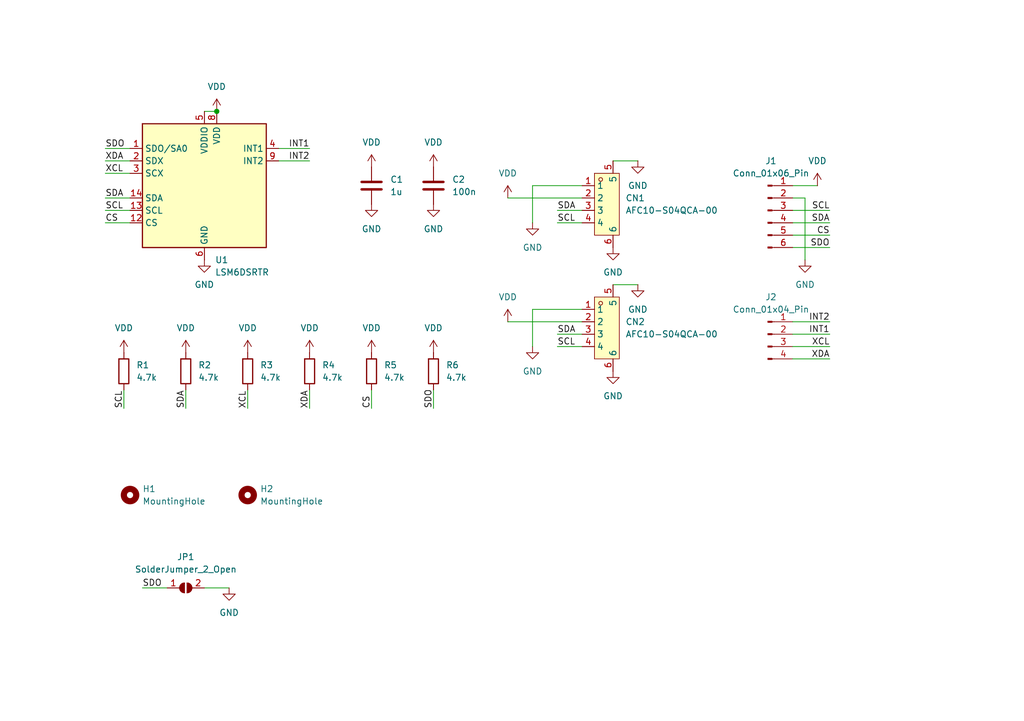
<source format=kicad_sch>
(kicad_sch
	(version 20231120)
	(generator "eeschema")
	(generator_version "8.0")
	(uuid "1c6397af-9627-423b-9762-9607c562f180")
	(paper "A5")
	(lib_symbols
		(symbol "Connector:Conn_01x04_Pin"
			(pin_names
				(offset 1.016) hide)
			(exclude_from_sim no)
			(in_bom yes)
			(on_board yes)
			(property "Reference" "J"
				(at 0 5.08 0)
				(effects
					(font
						(size 1.27 1.27)
					)
				)
			)
			(property "Value" "Conn_01x04_Pin"
				(at 0 -7.62 0)
				(effects
					(font
						(size 1.27 1.27)
					)
				)
			)
			(property "Footprint" ""
				(at 0 0 0)
				(effects
					(font
						(size 1.27 1.27)
					)
					(hide yes)
				)
			)
			(property "Datasheet" "~"
				(at 0 0 0)
				(effects
					(font
						(size 1.27 1.27)
					)
					(hide yes)
				)
			)
			(property "Description" "Generic connector, single row, 01x04, script generated"
				(at 0 0 0)
				(effects
					(font
						(size 1.27 1.27)
					)
					(hide yes)
				)
			)
			(property "ki_locked" ""
				(at 0 0 0)
				(effects
					(font
						(size 1.27 1.27)
					)
				)
			)
			(property "ki_keywords" "connector"
				(at 0 0 0)
				(effects
					(font
						(size 1.27 1.27)
					)
					(hide yes)
				)
			)
			(property "ki_fp_filters" "Connector*:*_1x??_*"
				(at 0 0 0)
				(effects
					(font
						(size 1.27 1.27)
					)
					(hide yes)
				)
			)
			(symbol "Conn_01x04_Pin_1_1"
				(polyline
					(pts
						(xy 1.27 -5.08) (xy 0.8636 -5.08)
					)
					(stroke
						(width 0.1524)
						(type default)
					)
					(fill
						(type none)
					)
				)
				(polyline
					(pts
						(xy 1.27 -2.54) (xy 0.8636 -2.54)
					)
					(stroke
						(width 0.1524)
						(type default)
					)
					(fill
						(type none)
					)
				)
				(polyline
					(pts
						(xy 1.27 0) (xy 0.8636 0)
					)
					(stroke
						(width 0.1524)
						(type default)
					)
					(fill
						(type none)
					)
				)
				(polyline
					(pts
						(xy 1.27 2.54) (xy 0.8636 2.54)
					)
					(stroke
						(width 0.1524)
						(type default)
					)
					(fill
						(type none)
					)
				)
				(rectangle
					(start 0.8636 -4.953)
					(end 0 -5.207)
					(stroke
						(width 0.1524)
						(type default)
					)
					(fill
						(type outline)
					)
				)
				(rectangle
					(start 0.8636 -2.413)
					(end 0 -2.667)
					(stroke
						(width 0.1524)
						(type default)
					)
					(fill
						(type outline)
					)
				)
				(rectangle
					(start 0.8636 0.127)
					(end 0 -0.127)
					(stroke
						(width 0.1524)
						(type default)
					)
					(fill
						(type outline)
					)
				)
				(rectangle
					(start 0.8636 2.667)
					(end 0 2.413)
					(stroke
						(width 0.1524)
						(type default)
					)
					(fill
						(type outline)
					)
				)
				(pin passive line
					(at 5.08 2.54 180)
					(length 3.81)
					(name "Pin_1"
						(effects
							(font
								(size 1.27 1.27)
							)
						)
					)
					(number "1"
						(effects
							(font
								(size 1.27 1.27)
							)
						)
					)
				)
				(pin passive line
					(at 5.08 0 180)
					(length 3.81)
					(name "Pin_2"
						(effects
							(font
								(size 1.27 1.27)
							)
						)
					)
					(number "2"
						(effects
							(font
								(size 1.27 1.27)
							)
						)
					)
				)
				(pin passive line
					(at 5.08 -2.54 180)
					(length 3.81)
					(name "Pin_3"
						(effects
							(font
								(size 1.27 1.27)
							)
						)
					)
					(number "3"
						(effects
							(font
								(size 1.27 1.27)
							)
						)
					)
				)
				(pin passive line
					(at 5.08 -5.08 180)
					(length 3.81)
					(name "Pin_4"
						(effects
							(font
								(size 1.27 1.27)
							)
						)
					)
					(number "4"
						(effects
							(font
								(size 1.27 1.27)
							)
						)
					)
				)
			)
		)
		(symbol "Connector:Conn_01x06_Pin"
			(pin_names
				(offset 1.016) hide)
			(exclude_from_sim no)
			(in_bom yes)
			(on_board yes)
			(property "Reference" "J"
				(at 0 7.62 0)
				(effects
					(font
						(size 1.27 1.27)
					)
				)
			)
			(property "Value" "Conn_01x06_Pin"
				(at 0 -10.16 0)
				(effects
					(font
						(size 1.27 1.27)
					)
				)
			)
			(property "Footprint" ""
				(at 0 0 0)
				(effects
					(font
						(size 1.27 1.27)
					)
					(hide yes)
				)
			)
			(property "Datasheet" "~"
				(at 0 0 0)
				(effects
					(font
						(size 1.27 1.27)
					)
					(hide yes)
				)
			)
			(property "Description" "Generic connector, single row, 01x06, script generated"
				(at 0 0 0)
				(effects
					(font
						(size 1.27 1.27)
					)
					(hide yes)
				)
			)
			(property "ki_locked" ""
				(at 0 0 0)
				(effects
					(font
						(size 1.27 1.27)
					)
				)
			)
			(property "ki_keywords" "connector"
				(at 0 0 0)
				(effects
					(font
						(size 1.27 1.27)
					)
					(hide yes)
				)
			)
			(property "ki_fp_filters" "Connector*:*_1x??_*"
				(at 0 0 0)
				(effects
					(font
						(size 1.27 1.27)
					)
					(hide yes)
				)
			)
			(symbol "Conn_01x06_Pin_1_1"
				(polyline
					(pts
						(xy 1.27 -7.62) (xy 0.8636 -7.62)
					)
					(stroke
						(width 0.1524)
						(type default)
					)
					(fill
						(type none)
					)
				)
				(polyline
					(pts
						(xy 1.27 -5.08) (xy 0.8636 -5.08)
					)
					(stroke
						(width 0.1524)
						(type default)
					)
					(fill
						(type none)
					)
				)
				(polyline
					(pts
						(xy 1.27 -2.54) (xy 0.8636 -2.54)
					)
					(stroke
						(width 0.1524)
						(type default)
					)
					(fill
						(type none)
					)
				)
				(polyline
					(pts
						(xy 1.27 0) (xy 0.8636 0)
					)
					(stroke
						(width 0.1524)
						(type default)
					)
					(fill
						(type none)
					)
				)
				(polyline
					(pts
						(xy 1.27 2.54) (xy 0.8636 2.54)
					)
					(stroke
						(width 0.1524)
						(type default)
					)
					(fill
						(type none)
					)
				)
				(polyline
					(pts
						(xy 1.27 5.08) (xy 0.8636 5.08)
					)
					(stroke
						(width 0.1524)
						(type default)
					)
					(fill
						(type none)
					)
				)
				(rectangle
					(start 0.8636 -7.493)
					(end 0 -7.747)
					(stroke
						(width 0.1524)
						(type default)
					)
					(fill
						(type outline)
					)
				)
				(rectangle
					(start 0.8636 -4.953)
					(end 0 -5.207)
					(stroke
						(width 0.1524)
						(type default)
					)
					(fill
						(type outline)
					)
				)
				(rectangle
					(start 0.8636 -2.413)
					(end 0 -2.667)
					(stroke
						(width 0.1524)
						(type default)
					)
					(fill
						(type outline)
					)
				)
				(rectangle
					(start 0.8636 0.127)
					(end 0 -0.127)
					(stroke
						(width 0.1524)
						(type default)
					)
					(fill
						(type outline)
					)
				)
				(rectangle
					(start 0.8636 2.667)
					(end 0 2.413)
					(stroke
						(width 0.1524)
						(type default)
					)
					(fill
						(type outline)
					)
				)
				(rectangle
					(start 0.8636 5.207)
					(end 0 4.953)
					(stroke
						(width 0.1524)
						(type default)
					)
					(fill
						(type outline)
					)
				)
				(pin passive line
					(at 5.08 5.08 180)
					(length 3.81)
					(name "Pin_1"
						(effects
							(font
								(size 1.27 1.27)
							)
						)
					)
					(number "1"
						(effects
							(font
								(size 1.27 1.27)
							)
						)
					)
				)
				(pin passive line
					(at 5.08 2.54 180)
					(length 3.81)
					(name "Pin_2"
						(effects
							(font
								(size 1.27 1.27)
							)
						)
					)
					(number "2"
						(effects
							(font
								(size 1.27 1.27)
							)
						)
					)
				)
				(pin passive line
					(at 5.08 0 180)
					(length 3.81)
					(name "Pin_3"
						(effects
							(font
								(size 1.27 1.27)
							)
						)
					)
					(number "3"
						(effects
							(font
								(size 1.27 1.27)
							)
						)
					)
				)
				(pin passive line
					(at 5.08 -2.54 180)
					(length 3.81)
					(name "Pin_4"
						(effects
							(font
								(size 1.27 1.27)
							)
						)
					)
					(number "4"
						(effects
							(font
								(size 1.27 1.27)
							)
						)
					)
				)
				(pin passive line
					(at 5.08 -5.08 180)
					(length 3.81)
					(name "Pin_5"
						(effects
							(font
								(size 1.27 1.27)
							)
						)
					)
					(number "5"
						(effects
							(font
								(size 1.27 1.27)
							)
						)
					)
				)
				(pin passive line
					(at 5.08 -7.62 180)
					(length 3.81)
					(name "Pin_6"
						(effects
							(font
								(size 1.27 1.27)
							)
						)
					)
					(number "6"
						(effects
							(font
								(size 1.27 1.27)
							)
						)
					)
				)
			)
		)
		(symbol "Device:C"
			(pin_numbers hide)
			(pin_names
				(offset 0.254)
			)
			(exclude_from_sim no)
			(in_bom yes)
			(on_board yes)
			(property "Reference" "C"
				(at 0.635 2.54 0)
				(effects
					(font
						(size 1.27 1.27)
					)
					(justify left)
				)
			)
			(property "Value" "C"
				(at 0.635 -2.54 0)
				(effects
					(font
						(size 1.27 1.27)
					)
					(justify left)
				)
			)
			(property "Footprint" ""
				(at 0.9652 -3.81 0)
				(effects
					(font
						(size 1.27 1.27)
					)
					(hide yes)
				)
			)
			(property "Datasheet" "~"
				(at 0 0 0)
				(effects
					(font
						(size 1.27 1.27)
					)
					(hide yes)
				)
			)
			(property "Description" "Unpolarized capacitor"
				(at 0 0 0)
				(effects
					(font
						(size 1.27 1.27)
					)
					(hide yes)
				)
			)
			(property "ki_keywords" "cap capacitor"
				(at 0 0 0)
				(effects
					(font
						(size 1.27 1.27)
					)
					(hide yes)
				)
			)
			(property "ki_fp_filters" "C_*"
				(at 0 0 0)
				(effects
					(font
						(size 1.27 1.27)
					)
					(hide yes)
				)
			)
			(symbol "C_0_1"
				(polyline
					(pts
						(xy -2.032 -0.762) (xy 2.032 -0.762)
					)
					(stroke
						(width 0.508)
						(type default)
					)
					(fill
						(type none)
					)
				)
				(polyline
					(pts
						(xy -2.032 0.762) (xy 2.032 0.762)
					)
					(stroke
						(width 0.508)
						(type default)
					)
					(fill
						(type none)
					)
				)
			)
			(symbol "C_1_1"
				(pin passive line
					(at 0 3.81 270)
					(length 2.794)
					(name "~"
						(effects
							(font
								(size 1.27 1.27)
							)
						)
					)
					(number "1"
						(effects
							(font
								(size 1.27 1.27)
							)
						)
					)
				)
				(pin passive line
					(at 0 -3.81 90)
					(length 2.794)
					(name "~"
						(effects
							(font
								(size 1.27 1.27)
							)
						)
					)
					(number "2"
						(effects
							(font
								(size 1.27 1.27)
							)
						)
					)
				)
			)
		)
		(symbol "Device:R"
			(pin_numbers hide)
			(pin_names
				(offset 0)
			)
			(exclude_from_sim no)
			(in_bom yes)
			(on_board yes)
			(property "Reference" "R"
				(at 2.032 0 90)
				(effects
					(font
						(size 1.27 1.27)
					)
				)
			)
			(property "Value" "R"
				(at 0 0 90)
				(effects
					(font
						(size 1.27 1.27)
					)
				)
			)
			(property "Footprint" ""
				(at -1.778 0 90)
				(effects
					(font
						(size 1.27 1.27)
					)
					(hide yes)
				)
			)
			(property "Datasheet" "~"
				(at 0 0 0)
				(effects
					(font
						(size 1.27 1.27)
					)
					(hide yes)
				)
			)
			(property "Description" "Resistor"
				(at 0 0 0)
				(effects
					(font
						(size 1.27 1.27)
					)
					(hide yes)
				)
			)
			(property "ki_keywords" "R res resistor"
				(at 0 0 0)
				(effects
					(font
						(size 1.27 1.27)
					)
					(hide yes)
				)
			)
			(property "ki_fp_filters" "R_*"
				(at 0 0 0)
				(effects
					(font
						(size 1.27 1.27)
					)
					(hide yes)
				)
			)
			(symbol "R_0_1"
				(rectangle
					(start -1.016 -2.54)
					(end 1.016 2.54)
					(stroke
						(width 0.254)
						(type default)
					)
					(fill
						(type none)
					)
				)
			)
			(symbol "R_1_1"
				(pin passive line
					(at 0 3.81 270)
					(length 1.27)
					(name "~"
						(effects
							(font
								(size 1.27 1.27)
							)
						)
					)
					(number "1"
						(effects
							(font
								(size 1.27 1.27)
							)
						)
					)
				)
				(pin passive line
					(at 0 -3.81 90)
					(length 1.27)
					(name "~"
						(effects
							(font
								(size 1.27 1.27)
							)
						)
					)
					(number "2"
						(effects
							(font
								(size 1.27 1.27)
							)
						)
					)
				)
			)
		)
		(symbol "Jumper:SolderJumper_2_Open"
			(pin_names
				(offset 0) hide)
			(exclude_from_sim no)
			(in_bom yes)
			(on_board yes)
			(property "Reference" "JP"
				(at 0 2.032 0)
				(effects
					(font
						(size 1.27 1.27)
					)
				)
			)
			(property "Value" "SolderJumper_2_Open"
				(at 0 -2.54 0)
				(effects
					(font
						(size 1.27 1.27)
					)
				)
			)
			(property "Footprint" ""
				(at 0 0 0)
				(effects
					(font
						(size 1.27 1.27)
					)
					(hide yes)
				)
			)
			(property "Datasheet" "~"
				(at 0 0 0)
				(effects
					(font
						(size 1.27 1.27)
					)
					(hide yes)
				)
			)
			(property "Description" "Solder Jumper, 2-pole, open"
				(at 0 0 0)
				(effects
					(font
						(size 1.27 1.27)
					)
					(hide yes)
				)
			)
			(property "ki_keywords" "solder jumper SPST"
				(at 0 0 0)
				(effects
					(font
						(size 1.27 1.27)
					)
					(hide yes)
				)
			)
			(property "ki_fp_filters" "SolderJumper*Open*"
				(at 0 0 0)
				(effects
					(font
						(size 1.27 1.27)
					)
					(hide yes)
				)
			)
			(symbol "SolderJumper_2_Open_0_1"
				(arc
					(start -0.254 1.016)
					(mid -1.2656 0)
					(end -0.254 -1.016)
					(stroke
						(width 0)
						(type default)
					)
					(fill
						(type none)
					)
				)
				(arc
					(start -0.254 1.016)
					(mid -1.2656 0)
					(end -0.254 -1.016)
					(stroke
						(width 0)
						(type default)
					)
					(fill
						(type outline)
					)
				)
				(polyline
					(pts
						(xy -0.254 1.016) (xy -0.254 -1.016)
					)
					(stroke
						(width 0)
						(type default)
					)
					(fill
						(type none)
					)
				)
				(polyline
					(pts
						(xy 0.254 1.016) (xy 0.254 -1.016)
					)
					(stroke
						(width 0)
						(type default)
					)
					(fill
						(type none)
					)
				)
				(arc
					(start 0.254 -1.016)
					(mid 1.2656 0)
					(end 0.254 1.016)
					(stroke
						(width 0)
						(type default)
					)
					(fill
						(type none)
					)
				)
				(arc
					(start 0.254 -1.016)
					(mid 1.2656 0)
					(end 0.254 1.016)
					(stroke
						(width 0)
						(type default)
					)
					(fill
						(type outline)
					)
				)
			)
			(symbol "SolderJumper_2_Open_1_1"
				(pin passive line
					(at -3.81 0 0)
					(length 2.54)
					(name "A"
						(effects
							(font
								(size 1.27 1.27)
							)
						)
					)
					(number "1"
						(effects
							(font
								(size 1.27 1.27)
							)
						)
					)
				)
				(pin passive line
					(at 3.81 0 180)
					(length 2.54)
					(name "B"
						(effects
							(font
								(size 1.27 1.27)
							)
						)
					)
					(number "2"
						(effects
							(font
								(size 1.27 1.27)
							)
						)
					)
				)
			)
		)
		(symbol "Mechanical:MountingHole"
			(pin_names
				(offset 1.016)
			)
			(exclude_from_sim yes)
			(in_bom no)
			(on_board yes)
			(property "Reference" "H"
				(at 0 5.08 0)
				(effects
					(font
						(size 1.27 1.27)
					)
				)
			)
			(property "Value" "MountingHole"
				(at 0 3.175 0)
				(effects
					(font
						(size 1.27 1.27)
					)
				)
			)
			(property "Footprint" ""
				(at 0 0 0)
				(effects
					(font
						(size 1.27 1.27)
					)
					(hide yes)
				)
			)
			(property "Datasheet" "~"
				(at 0 0 0)
				(effects
					(font
						(size 1.27 1.27)
					)
					(hide yes)
				)
			)
			(property "Description" "Mounting Hole without connection"
				(at 0 0 0)
				(effects
					(font
						(size 1.27 1.27)
					)
					(hide yes)
				)
			)
			(property "ki_keywords" "mounting hole"
				(at 0 0 0)
				(effects
					(font
						(size 1.27 1.27)
					)
					(hide yes)
				)
			)
			(property "ki_fp_filters" "MountingHole*"
				(at 0 0 0)
				(effects
					(font
						(size 1.27 1.27)
					)
					(hide yes)
				)
			)
			(symbol "MountingHole_0_1"
				(circle
					(center 0 0)
					(radius 1.27)
					(stroke
						(width 1.27)
						(type default)
					)
					(fill
						(type none)
					)
				)
			)
		)
		(symbol "Sensor_Motion:LSM6DS3"
			(exclude_from_sim no)
			(in_bom yes)
			(on_board yes)
			(property "Reference" "U"
				(at -11.43 15.24 0)
				(effects
					(font
						(size 1.27 1.27)
					)
					(justify left)
				)
			)
			(property "Value" "LSM6DS3"
				(at -11.43 12.7 0)
				(effects
					(font
						(size 1.27 1.27)
					)
					(justify left bottom)
				)
			)
			(property "Footprint" "Package_LGA:LGA-14_3x2.5mm_P0.5mm_LayoutBorder3x4y"
				(at -10.16 -17.78 0)
				(effects
					(font
						(size 1.27 1.27)
					)
					(justify left)
					(hide yes)
				)
			)
			(property "Datasheet" "https://www.st.com/resource/en/datasheet/lsm6ds3tr-c.pdf"
				(at 2.54 -16.51 0)
				(effects
					(font
						(size 1.27 1.27)
					)
					(hide yes)
				)
			)
			(property "Description" "I2C/SPI, iNEMO inertial module: always-on 3D accelerometer and 3D gyroscope"
				(at 0 0 0)
				(effects
					(font
						(size 1.27 1.27)
					)
					(hide yes)
				)
			)
			(property "ki_keywords" "Accelerometer Gyroscope MEMS"
				(at 0 0 0)
				(effects
					(font
						(size 1.27 1.27)
					)
					(hide yes)
				)
			)
			(property "ki_fp_filters" "LGA*3x2.5mm*P0.5mm*LayoutBorder3x4y*"
				(at 0 0 0)
				(effects
					(font
						(size 1.27 1.27)
					)
					(hide yes)
				)
			)
			(symbol "LSM6DS3_0_1"
				(rectangle
					(start -12.7 12.7)
					(end 12.7 -12.7)
					(stroke
						(width 0.254)
						(type default)
					)
					(fill
						(type background)
					)
				)
			)
			(symbol "LSM6DS3_1_1"
				(pin bidirectional line
					(at -15.24 7.62 0)
					(length 2.54)
					(name "SDO/SA0"
						(effects
							(font
								(size 1.27 1.27)
							)
						)
					)
					(number "1"
						(effects
							(font
								(size 1.27 1.27)
							)
						)
					)
				)
				(pin no_connect line
					(at 12.7 -5.08 180)
					(length 3.81) hide
					(name "NC"
						(effects
							(font
								(size 1.27 1.27)
							)
						)
					)
					(number "10"
						(effects
							(font
								(size 1.27 1.27)
							)
						)
					)
				)
				(pin no_connect line
					(at 12.7 -2.54 180)
					(length 3.81) hide
					(name "NC"
						(effects
							(font
								(size 1.27 1.27)
							)
						)
					)
					(number "11"
						(effects
							(font
								(size 1.27 1.27)
							)
						)
					)
				)
				(pin input line
					(at -15.24 -7.62 0)
					(length 2.54)
					(name "CS"
						(effects
							(font
								(size 1.27 1.27)
							)
						)
					)
					(number "12"
						(effects
							(font
								(size 1.27 1.27)
							)
						)
					)
				)
				(pin input line
					(at -15.24 -5.08 0)
					(length 2.54)
					(name "SCL"
						(effects
							(font
								(size 1.27 1.27)
							)
						)
					)
					(number "13"
						(effects
							(font
								(size 1.27 1.27)
							)
						)
					)
				)
				(pin bidirectional line
					(at -15.24 -2.54 0)
					(length 2.54)
					(name "SDA"
						(effects
							(font
								(size 1.27 1.27)
							)
						)
					)
					(number "14"
						(effects
							(font
								(size 1.27 1.27)
							)
						)
					)
				)
				(pin bidirectional line
					(at -15.24 5.08 0)
					(length 2.54)
					(name "SDX"
						(effects
							(font
								(size 1.27 1.27)
							)
						)
					)
					(number "2"
						(effects
							(font
								(size 1.27 1.27)
							)
						)
					)
				)
				(pin input line
					(at -15.24 2.54 0)
					(length 2.54)
					(name "SCX"
						(effects
							(font
								(size 1.27 1.27)
							)
						)
					)
					(number "3"
						(effects
							(font
								(size 1.27 1.27)
							)
						)
					)
				)
				(pin output line
					(at 15.24 7.62 180)
					(length 2.54)
					(name "INT1"
						(effects
							(font
								(size 1.27 1.27)
							)
						)
					)
					(number "4"
						(effects
							(font
								(size 1.27 1.27)
							)
						)
					)
				)
				(pin power_in line
					(at 0 15.24 270)
					(length 2.54)
					(name "VDDIO"
						(effects
							(font
								(size 1.27 1.27)
							)
						)
					)
					(number "5"
						(effects
							(font
								(size 1.27 1.27)
							)
						)
					)
				)
				(pin power_in line
					(at 0 -15.24 90)
					(length 2.54)
					(name "GND"
						(effects
							(font
								(size 1.27 1.27)
							)
						)
					)
					(number "6"
						(effects
							(font
								(size 1.27 1.27)
							)
						)
					)
				)
				(pin passive line
					(at 0 -15.24 90)
					(length 2.54) hide
					(name "GND"
						(effects
							(font
								(size 1.27 1.27)
							)
						)
					)
					(number "7"
						(effects
							(font
								(size 1.27 1.27)
							)
						)
					)
				)
				(pin power_in line
					(at 2.54 15.24 270)
					(length 2.54)
					(name "VDD"
						(effects
							(font
								(size 1.27 1.27)
							)
						)
					)
					(number "8"
						(effects
							(font
								(size 1.27 1.27)
							)
						)
					)
				)
				(pin output line
					(at 15.24 5.08 180)
					(length 2.54)
					(name "INT2"
						(effects
							(font
								(size 1.27 1.27)
							)
						)
					)
					(number "9"
						(effects
							(font
								(size 1.27 1.27)
							)
						)
					)
				)
			)
		)
		(symbol "lsm6dr3trc-breakout:AFC10-S04QCA-00"
			(exclude_from_sim no)
			(in_bom yes)
			(on_board yes)
			(property "Reference" "X"
				(at 0 13.97 0)
				(effects
					(font
						(size 1.27 1.27)
					)
				)
			)
			(property "Value" "AFC10-S04QCA-00"
				(at 0 -13.97 0)
				(effects
					(font
						(size 1.27 1.27)
					)
				)
			)
			(property "Footprint" "lsm6dr3trc-breakout:CONN-SMD_AFC10-S04QCA-00"
				(at 0 -16.51 0)
				(effects
					(font
						(size 1.27 1.27)
					)
					(hide yes)
				)
			)
			(property "Datasheet" ""
				(at 0 0 0)
				(effects
					(font
						(size 1.27 1.27)
					)
					(hide yes)
				)
			)
			(property "Description" ""
				(at 0 0 0)
				(effects
					(font
						(size 1.27 1.27)
					)
					(hide yes)
				)
			)
			(property "LCSC Part" "C2764183"
				(at 0 -19.05 0)
				(effects
					(font
						(size 1.27 1.27)
					)
					(hide yes)
				)
			)
			(symbol "AFC10-S04QCA-00_0_1"
				(rectangle
					(start -2.54 6.35)
					(end 2.54 -6.35)
					(stroke
						(width 0)
						(type default)
					)
					(fill
						(type background)
					)
				)
				(circle
					(center -1.27 5.08)
					(radius 0.38)
					(stroke
						(width 0)
						(type default)
					)
					(fill
						(type none)
					)
				)
				(pin unspecified line
					(at -5.08 3.81 0)
					(length 2.54)
					(name "1"
						(effects
							(font
								(size 1.27 1.27)
							)
						)
					)
					(number "1"
						(effects
							(font
								(size 1.27 1.27)
							)
						)
					)
				)
				(pin unspecified line
					(at -5.08 1.27 0)
					(length 2.54)
					(name "2"
						(effects
							(font
								(size 1.27 1.27)
							)
						)
					)
					(number "2"
						(effects
							(font
								(size 1.27 1.27)
							)
						)
					)
				)
				(pin unspecified line
					(at -5.08 -1.27 0)
					(length 2.54)
					(name "3"
						(effects
							(font
								(size 1.27 1.27)
							)
						)
					)
					(number "3"
						(effects
							(font
								(size 1.27 1.27)
							)
						)
					)
				)
				(pin unspecified line
					(at -5.08 -3.81 0)
					(length 2.54)
					(name "4"
						(effects
							(font
								(size 1.27 1.27)
							)
						)
					)
					(number "4"
						(effects
							(font
								(size 1.27 1.27)
							)
						)
					)
				)
				(pin unspecified line
					(at 1.27 8.89 270)
					(length 2.54)
					(name "5"
						(effects
							(font
								(size 1.27 1.27)
							)
						)
					)
					(number "5"
						(effects
							(font
								(size 1.27 1.27)
							)
						)
					)
				)
				(pin unspecified line
					(at 1.27 -8.89 90)
					(length 2.54)
					(name "6"
						(effects
							(font
								(size 1.27 1.27)
							)
						)
					)
					(number "6"
						(effects
							(font
								(size 1.27 1.27)
							)
						)
					)
				)
			)
		)
		(symbol "power:GND"
			(power)
			(pin_numbers hide)
			(pin_names
				(offset 0) hide)
			(exclude_from_sim no)
			(in_bom yes)
			(on_board yes)
			(property "Reference" "#PWR"
				(at 0 -6.35 0)
				(effects
					(font
						(size 1.27 1.27)
					)
					(hide yes)
				)
			)
			(property "Value" "GND"
				(at 0 -3.81 0)
				(effects
					(font
						(size 1.27 1.27)
					)
				)
			)
			(property "Footprint" ""
				(at 0 0 0)
				(effects
					(font
						(size 1.27 1.27)
					)
					(hide yes)
				)
			)
			(property "Datasheet" ""
				(at 0 0 0)
				(effects
					(font
						(size 1.27 1.27)
					)
					(hide yes)
				)
			)
			(property "Description" "Power symbol creates a global label with name \"GND\" , ground"
				(at 0 0 0)
				(effects
					(font
						(size 1.27 1.27)
					)
					(hide yes)
				)
			)
			(property "ki_keywords" "global power"
				(at 0 0 0)
				(effects
					(font
						(size 1.27 1.27)
					)
					(hide yes)
				)
			)
			(symbol "GND_0_1"
				(polyline
					(pts
						(xy 0 0) (xy 0 -1.27) (xy 1.27 -1.27) (xy 0 -2.54) (xy -1.27 -1.27) (xy 0 -1.27)
					)
					(stroke
						(width 0)
						(type default)
					)
					(fill
						(type none)
					)
				)
			)
			(symbol "GND_1_1"
				(pin power_in line
					(at 0 0 270)
					(length 0)
					(name "~"
						(effects
							(font
								(size 1.27 1.27)
							)
						)
					)
					(number "1"
						(effects
							(font
								(size 1.27 1.27)
							)
						)
					)
				)
			)
		)
		(symbol "power:VDD"
			(power)
			(pin_numbers hide)
			(pin_names
				(offset 0) hide)
			(exclude_from_sim no)
			(in_bom yes)
			(on_board yes)
			(property "Reference" "#PWR"
				(at 0 -3.81 0)
				(effects
					(font
						(size 1.27 1.27)
					)
					(hide yes)
				)
			)
			(property "Value" "VDD"
				(at 0 3.556 0)
				(effects
					(font
						(size 1.27 1.27)
					)
				)
			)
			(property "Footprint" ""
				(at 0 0 0)
				(effects
					(font
						(size 1.27 1.27)
					)
					(hide yes)
				)
			)
			(property "Datasheet" ""
				(at 0 0 0)
				(effects
					(font
						(size 1.27 1.27)
					)
					(hide yes)
				)
			)
			(property "Description" "Power symbol creates a global label with name \"VDD\""
				(at 0 0 0)
				(effects
					(font
						(size 1.27 1.27)
					)
					(hide yes)
				)
			)
			(property "ki_keywords" "global power"
				(at 0 0 0)
				(effects
					(font
						(size 1.27 1.27)
					)
					(hide yes)
				)
			)
			(symbol "VDD_0_1"
				(polyline
					(pts
						(xy -0.762 1.27) (xy 0 2.54)
					)
					(stroke
						(width 0)
						(type default)
					)
					(fill
						(type none)
					)
				)
				(polyline
					(pts
						(xy 0 0) (xy 0 2.54)
					)
					(stroke
						(width 0)
						(type default)
					)
					(fill
						(type none)
					)
				)
				(polyline
					(pts
						(xy 0 2.54) (xy 0.762 1.27)
					)
					(stroke
						(width 0)
						(type default)
					)
					(fill
						(type none)
					)
				)
			)
			(symbol "VDD_1_1"
				(pin power_in line
					(at 0 0 90)
					(length 0)
					(name "~"
						(effects
							(font
								(size 1.27 1.27)
							)
						)
					)
					(number "1"
						(effects
							(font
								(size 1.27 1.27)
							)
						)
					)
				)
			)
		)
	)
	(junction
		(at 44.45 22.86)
		(diameter 0)
		(color 0 0 0 0)
		(uuid "2b7b361e-d4c9-4ff8-af1a-6a4e07756048")
	)
	(wire
		(pts
			(xy 114.3 43.18) (xy 119.38 43.18)
		)
		(stroke
			(width 0)
			(type default)
		)
		(uuid "0148bb72-daf8-4837-aaa0-2813cf499136")
	)
	(wire
		(pts
			(xy 109.22 38.1) (xy 119.38 38.1)
		)
		(stroke
			(width 0)
			(type default)
		)
		(uuid "02367c7b-2930-4a20-b707-f22de4e900ee")
	)
	(wire
		(pts
			(xy 114.3 45.72) (xy 119.38 45.72)
		)
		(stroke
			(width 0)
			(type default)
		)
		(uuid "0490b51b-f898-4310-8dd0-57ace0f0104f")
	)
	(wire
		(pts
			(xy 170.18 68.58) (xy 162.56 68.58)
		)
		(stroke
			(width 0)
			(type default)
		)
		(uuid "068a6889-cd9c-4df1-ac6f-96f1a2ba5e27")
	)
	(wire
		(pts
			(xy 109.22 38.1) (xy 109.22 45.72)
		)
		(stroke
			(width 0)
			(type default)
		)
		(uuid "1e1a852d-ca8d-46f3-98e1-ce5bb0317fd1")
	)
	(wire
		(pts
			(xy 170.18 66.04) (xy 162.56 66.04)
		)
		(stroke
			(width 0)
			(type default)
		)
		(uuid "1e41db65-5010-4646-a60f-0c08afc45ee2")
	)
	(wire
		(pts
			(xy 21.59 45.72) (xy 26.67 45.72)
		)
		(stroke
			(width 0)
			(type default)
		)
		(uuid "221cef0a-bfa1-4a39-85a4-f25a0238035d")
	)
	(wire
		(pts
			(xy 109.22 63.5) (xy 109.22 71.12)
		)
		(stroke
			(width 0)
			(type default)
		)
		(uuid "285273e9-a228-4b77-a212-c32a7af999d0")
	)
	(wire
		(pts
			(xy 165.1 40.64) (xy 165.1 53.34)
		)
		(stroke
			(width 0)
			(type default)
		)
		(uuid "3b6aa126-79ae-4e7f-939b-0289ec5f015a")
	)
	(wire
		(pts
			(xy 125.73 33.02) (xy 130.81 33.02)
		)
		(stroke
			(width 0)
			(type default)
		)
		(uuid "4b7593a4-3d6f-4e71-b401-e94d06c8182e")
	)
	(wire
		(pts
			(xy 21.59 43.18) (xy 26.67 43.18)
		)
		(stroke
			(width 0)
			(type default)
		)
		(uuid "4eafa2cc-162e-4dcf-8649-c0f028ac53e5")
	)
	(wire
		(pts
			(xy 170.18 43.18) (xy 162.56 43.18)
		)
		(stroke
			(width 0)
			(type default)
		)
		(uuid "4f6b3aa0-b244-4a22-883d-8cfcb07aa64a")
	)
	(wire
		(pts
			(xy 170.18 45.72) (xy 162.56 45.72)
		)
		(stroke
			(width 0)
			(type default)
		)
		(uuid "50a627bd-dbf5-4dc4-a2ac-4579400e75b6")
	)
	(wire
		(pts
			(xy 170.18 48.26) (xy 162.56 48.26)
		)
		(stroke
			(width 0)
			(type default)
		)
		(uuid "558316e6-637d-4d93-af88-bdc9faad4184")
	)
	(wire
		(pts
			(xy 41.91 22.86) (xy 44.45 22.86)
		)
		(stroke
			(width 0)
			(type default)
		)
		(uuid "5caf4e92-37a2-4a65-b5ae-b3454afbd97f")
	)
	(wire
		(pts
			(xy 170.18 50.8) (xy 162.56 50.8)
		)
		(stroke
			(width 0)
			(type default)
		)
		(uuid "68f40a36-0596-4611-a78e-a2e30bf4dfd1")
	)
	(wire
		(pts
			(xy 21.59 35.56) (xy 26.67 35.56)
		)
		(stroke
			(width 0)
			(type default)
		)
		(uuid "71a04b41-4d83-464b-99fc-b5a82723cb42")
	)
	(wire
		(pts
			(xy 63.5 80.01) (xy 63.5 83.82)
		)
		(stroke
			(width 0)
			(type default)
		)
		(uuid "75fe82fe-9c23-41de-89df-cec470041467")
	)
	(wire
		(pts
			(xy 88.9 80.01) (xy 88.9 83.82)
		)
		(stroke
			(width 0)
			(type default)
		)
		(uuid "82c09ada-e4f7-4f74-a351-756d47a6c6cf")
	)
	(wire
		(pts
			(xy 29.21 120.65) (xy 34.29 120.65)
		)
		(stroke
			(width 0)
			(type default)
		)
		(uuid "86d98713-59e8-4a6b-9b44-5bec22ed30a7")
	)
	(wire
		(pts
			(xy 170.18 71.12) (xy 162.56 71.12)
		)
		(stroke
			(width 0)
			(type default)
		)
		(uuid "8aab64f0-00d0-4c24-8285-4507cb57f21d")
	)
	(wire
		(pts
			(xy 57.15 33.02) (xy 63.5 33.02)
		)
		(stroke
			(width 0)
			(type default)
		)
		(uuid "8b23c9ce-9356-461b-b4e4-5f6b07fbae07")
	)
	(wire
		(pts
			(xy 21.59 40.64) (xy 26.67 40.64)
		)
		(stroke
			(width 0)
			(type default)
		)
		(uuid "8c373e15-d197-4ee2-afd0-0a7d895ce96b")
	)
	(wire
		(pts
			(xy 21.59 30.48) (xy 26.67 30.48)
		)
		(stroke
			(width 0)
			(type default)
		)
		(uuid "90c1ec1e-2019-46c1-b85a-edccdd72bccf")
	)
	(wire
		(pts
			(xy 46.99 120.65) (xy 41.91 120.65)
		)
		(stroke
			(width 0)
			(type default)
		)
		(uuid "91b30324-f5fc-4e9d-b1f8-b960b96a9e19")
	)
	(wire
		(pts
			(xy 21.59 33.02) (xy 26.67 33.02)
		)
		(stroke
			(width 0)
			(type default)
		)
		(uuid "92f8c2f0-2cef-4663-81dc-b9c7edd45f1d")
	)
	(wire
		(pts
			(xy 162.56 38.1) (xy 167.64 38.1)
		)
		(stroke
			(width 0)
			(type default)
		)
		(uuid "97d9120f-40ff-41a0-8135-0a1a42dbaeae")
	)
	(wire
		(pts
			(xy 162.56 40.64) (xy 165.1 40.64)
		)
		(stroke
			(width 0)
			(type default)
		)
		(uuid "9a40b809-92ee-4a82-89b1-2fac04b381eb")
	)
	(wire
		(pts
			(xy 109.22 63.5) (xy 119.38 63.5)
		)
		(stroke
			(width 0)
			(type default)
		)
		(uuid "a3685cd4-1891-44ec-9ed5-8b595540a304")
	)
	(wire
		(pts
			(xy 104.14 40.64) (xy 119.38 40.64)
		)
		(stroke
			(width 0)
			(type default)
		)
		(uuid "a622d6e4-649f-4f11-99ec-89d0a85bc99b")
	)
	(wire
		(pts
			(xy 25.4 80.01) (xy 25.4 83.82)
		)
		(stroke
			(width 0)
			(type default)
		)
		(uuid "ac2e8e3f-6977-48e8-97e1-392d1380db6f")
	)
	(wire
		(pts
			(xy 104.14 66.04) (xy 119.38 66.04)
		)
		(stroke
			(width 0)
			(type default)
		)
		(uuid "b1640197-0641-46b9-a345-d04223c53bce")
	)
	(wire
		(pts
			(xy 50.8 80.01) (xy 50.8 83.82)
		)
		(stroke
			(width 0)
			(type default)
		)
		(uuid "b7752b25-190c-4a55-b3ed-b513d298531b")
	)
	(wire
		(pts
			(xy 57.15 30.48) (xy 63.5 30.48)
		)
		(stroke
			(width 0)
			(type default)
		)
		(uuid "c3a11a7e-0e90-405c-8829-bad6c2e705cf")
	)
	(wire
		(pts
			(xy 114.3 68.58) (xy 119.38 68.58)
		)
		(stroke
			(width 0)
			(type default)
		)
		(uuid "c866c06f-9772-4bf9-9b04-383b2676831b")
	)
	(wire
		(pts
			(xy 125.73 58.42) (xy 130.81 58.42)
		)
		(stroke
			(width 0)
			(type default)
		)
		(uuid "d9b86aa7-212a-46c0-8fd9-52c2e8ad112b")
	)
	(wire
		(pts
			(xy 170.18 73.66) (xy 162.56 73.66)
		)
		(stroke
			(width 0)
			(type default)
		)
		(uuid "dc832549-f70d-4924-a2ad-d7ab4fd7aeb0")
	)
	(wire
		(pts
			(xy 114.3 71.12) (xy 119.38 71.12)
		)
		(stroke
			(width 0)
			(type default)
		)
		(uuid "df8f86b7-83d0-454c-b429-b5918b578a5b")
	)
	(wire
		(pts
			(xy 76.2 80.01) (xy 76.2 83.82)
		)
		(stroke
			(width 0)
			(type default)
		)
		(uuid "f6a1e40c-d7bf-4dde-8ce2-9a58150acefd")
	)
	(wire
		(pts
			(xy 38.1 80.01) (xy 38.1 83.82)
		)
		(stroke
			(width 0)
			(type default)
		)
		(uuid "fbd0cc1c-b817-4304-8abd-99692f66d6c5")
	)
	(label "CS"
		(at 170.18 48.26 180)
		(fields_autoplaced yes)
		(effects
			(font
				(size 1.27 1.27)
			)
			(justify right bottom)
		)
		(uuid "060d0812-0ce6-473b-9573-62bafc063c4b")
	)
	(label "SDO"
		(at 88.9 83.82 90)
		(fields_autoplaced yes)
		(effects
			(font
				(size 1.27 1.27)
			)
			(justify left bottom)
		)
		(uuid "090bcc1f-f2c8-4755-9f8c-adc795d5cddd")
	)
	(label "SCL"
		(at 114.3 71.12 0)
		(fields_autoplaced yes)
		(effects
			(font
				(size 1.27 1.27)
			)
			(justify left bottom)
		)
		(uuid "1017f1cd-5641-4341-9108-b9884e4f391b")
	)
	(label "XDA"
		(at 170.18 73.66 180)
		(fields_autoplaced yes)
		(effects
			(font
				(size 1.27 1.27)
			)
			(justify right bottom)
		)
		(uuid "123f374b-ff1a-445a-bb21-0c0a1b15c1a0")
	)
	(label "SDA"
		(at 170.18 45.72 180)
		(fields_autoplaced yes)
		(effects
			(font
				(size 1.27 1.27)
			)
			(justify right bottom)
		)
		(uuid "22441e57-127f-496b-a76a-47b9cc6adcde")
	)
	(label "XCL"
		(at 21.59 35.56 0)
		(fields_autoplaced yes)
		(effects
			(font
				(size 1.27 1.27)
			)
			(justify left bottom)
		)
		(uuid "32076ebd-d0a6-4f4d-9f48-f91091584e18")
	)
	(label "SDA"
		(at 38.1 83.82 90)
		(fields_autoplaced yes)
		(effects
			(font
				(size 1.27 1.27)
			)
			(justify left bottom)
		)
		(uuid "3b9e488a-e73e-4557-9d4f-53fd4edb9037")
	)
	(label "SDA"
		(at 114.3 43.18 0)
		(fields_autoplaced yes)
		(effects
			(font
				(size 1.27 1.27)
			)
			(justify left bottom)
		)
		(uuid "3dd0bebd-f0ad-4c05-bd40-02414f348985")
	)
	(label "SCL"
		(at 170.18 43.18 180)
		(fields_autoplaced yes)
		(effects
			(font
				(size 1.27 1.27)
			)
			(justify right bottom)
		)
		(uuid "3e13b210-c148-4952-a4a1-1cdf03dcbf1a")
	)
	(label "INT1"
		(at 170.18 68.58 180)
		(fields_autoplaced yes)
		(effects
			(font
				(size 1.27 1.27)
			)
			(justify right bottom)
		)
		(uuid "471f3e5f-3099-4a4d-b65e-7cd348e86f4e")
	)
	(label "XCL"
		(at 50.8 83.82 90)
		(fields_autoplaced yes)
		(effects
			(font
				(size 1.27 1.27)
			)
			(justify left bottom)
		)
		(uuid "63d7886d-4b11-46e7-860f-a2e8caa2478f")
	)
	(label "INT1"
		(at 63.5 30.48 180)
		(fields_autoplaced yes)
		(effects
			(font
				(size 1.27 1.27)
			)
			(justify right bottom)
		)
		(uuid "68908715-7843-49b6-ae77-19a25abd6bcf")
	)
	(label "SCL"
		(at 21.59 43.18 0)
		(fields_autoplaced yes)
		(effects
			(font
				(size 1.27 1.27)
			)
			(justify left bottom)
		)
		(uuid "70a311a2-cb6b-4ae7-b8c8-722aadd85946")
	)
	(label "INT2"
		(at 170.18 66.04 180)
		(fields_autoplaced yes)
		(effects
			(font
				(size 1.27 1.27)
			)
			(justify right bottom)
		)
		(uuid "78d9df7b-99ef-40f9-bbbd-71a361ee6053")
	)
	(label "SDO"
		(at 170.18 50.8 180)
		(fields_autoplaced yes)
		(effects
			(font
				(size 1.27 1.27)
			)
			(justify right bottom)
		)
		(uuid "9010186a-d2a3-4a10-b588-380b6f45a8e2")
	)
	(label "SCL"
		(at 25.4 83.82 90)
		(fields_autoplaced yes)
		(effects
			(font
				(size 1.27 1.27)
			)
			(justify left bottom)
		)
		(uuid "93a0caa0-cead-4193-9f3a-3e77834668dd")
	)
	(label "INT2"
		(at 63.5 33.02 180)
		(fields_autoplaced yes)
		(effects
			(font
				(size 1.27 1.27)
			)
			(justify right bottom)
		)
		(uuid "a3b44d75-abcb-465e-b4b7-6e7c2d3f2c35")
	)
	(label "SCL"
		(at 114.3 45.72 0)
		(fields_autoplaced yes)
		(effects
			(font
				(size 1.27 1.27)
			)
			(justify left bottom)
		)
		(uuid "aa7bffde-4202-42a7-8d24-990c254a6916")
	)
	(label "SDA"
		(at 114.3 68.58 0)
		(fields_autoplaced yes)
		(effects
			(font
				(size 1.27 1.27)
			)
			(justify left bottom)
		)
		(uuid "b8189799-b68b-4541-95a2-7310966882ce")
	)
	(label "XDA"
		(at 21.59 33.02 0)
		(fields_autoplaced yes)
		(effects
			(font
				(size 1.27 1.27)
			)
			(justify left bottom)
		)
		(uuid "c1670ff0-2f43-495c-a610-a64b30b3a3aa")
	)
	(label "CS"
		(at 21.59 45.72 0)
		(fields_autoplaced yes)
		(effects
			(font
				(size 1.27 1.27)
			)
			(justify left bottom)
		)
		(uuid "c42999dc-dd34-41e9-be76-1a2d6c2e74fc")
	)
	(label "SDO"
		(at 29.21 120.65 0)
		(fields_autoplaced yes)
		(effects
			(font
				(size 1.27 1.27)
			)
			(justify left bottom)
		)
		(uuid "c67ec0aa-bd89-455c-b0e6-4a6af1af10a0")
	)
	(label "SDO"
		(at 21.59 30.48 0)
		(fields_autoplaced yes)
		(effects
			(font
				(size 1.27 1.27)
			)
			(justify left bottom)
		)
		(uuid "d1c7845b-c285-4ad0-ba76-ac0a0eac1cae")
	)
	(label "XCL"
		(at 170.18 71.12 180)
		(fields_autoplaced yes)
		(effects
			(font
				(size 1.27 1.27)
			)
			(justify right bottom)
		)
		(uuid "d60fe729-b72e-4d3c-8871-e09339172555")
	)
	(label "SDA"
		(at 21.59 40.64 0)
		(fields_autoplaced yes)
		(effects
			(font
				(size 1.27 1.27)
			)
			(justify left bottom)
		)
		(uuid "f98fbbbc-e320-4bb5-af2c-ad1db05df968")
	)
	(label "XDA"
		(at 63.5 83.82 90)
		(fields_autoplaced yes)
		(effects
			(font
				(size 1.27 1.27)
			)
			(justify left bottom)
		)
		(uuid "fb098171-d123-410c-b90f-3398819d27d0")
	)
	(label "CS"
		(at 76.2 83.82 90)
		(fields_autoplaced yes)
		(effects
			(font
				(size 1.27 1.27)
			)
			(justify left bottom)
		)
		(uuid "fbb8c7b0-18d3-46e6-8555-94d42e701138")
	)
	(symbol
		(lib_id "Device:R")
		(at 50.8 76.2 0)
		(unit 1)
		(exclude_from_sim no)
		(in_bom yes)
		(on_board yes)
		(dnp no)
		(fields_autoplaced yes)
		(uuid "07b8a455-0473-44e2-b9e2-bffe282369b5")
		(property "Reference" "R3"
			(at 53.34 74.9299 0)
			(effects
				(font
					(size 1.27 1.27)
				)
				(justify left)
			)
		)
		(property "Value" "4.7k"
			(at 53.34 77.4699 0)
			(effects
				(font
					(size 1.27 1.27)
				)
				(justify left)
			)
		)
		(property "Footprint" "Resistor_SMD:R_0402_1005Metric"
			(at 49.022 76.2 90)
			(effects
				(font
					(size 1.27 1.27)
				)
				(hide yes)
			)
		)
		(property "Datasheet" "~"
			(at 50.8 76.2 0)
			(effects
				(font
					(size 1.27 1.27)
				)
				(hide yes)
			)
		)
		(property "Description" "Resistor"
			(at 50.8 76.2 0)
			(effects
				(font
					(size 1.27 1.27)
				)
				(hide yes)
			)
		)
		(pin "2"
			(uuid "f70eb2ad-f195-4fd7-90a5-1862b1f05976")
		)
		(pin "1"
			(uuid "6e5056ea-16bf-443a-ae0b-f0c40ea88a75")
		)
		(instances
			(project "lsm6dsr-breakout"
				(path "/1c6397af-9627-423b-9762-9607c562f180"
					(reference "R3")
					(unit 1)
				)
			)
		)
	)
	(symbol
		(lib_id "power:VDD")
		(at 104.14 40.64 0)
		(unit 1)
		(exclude_from_sim no)
		(in_bom yes)
		(on_board yes)
		(dnp no)
		(fields_autoplaced yes)
		(uuid "104ed04f-57c4-4b1c-ab30-bf8b3fc193d4")
		(property "Reference" "#PWR07"
			(at 104.14 44.45 0)
			(effects
				(font
					(size 1.27 1.27)
				)
				(hide yes)
			)
		)
		(property "Value" "VDD"
			(at 104.14 35.56 0)
			(effects
				(font
					(size 1.27 1.27)
				)
			)
		)
		(property "Footprint" ""
			(at 104.14 40.64 0)
			(effects
				(font
					(size 1.27 1.27)
				)
				(hide yes)
			)
		)
		(property "Datasheet" ""
			(at 104.14 40.64 0)
			(effects
				(font
					(size 1.27 1.27)
				)
				(hide yes)
			)
		)
		(property "Description" "Power symbol creates a global label with name \"VDD\""
			(at 104.14 40.64 0)
			(effects
				(font
					(size 1.27 1.27)
				)
				(hide yes)
			)
		)
		(pin "1"
			(uuid "87e4d4e8-203a-40c3-b017-65b60f1b60c5")
		)
		(instances
			(project "lsm6dsr-breakout"
				(path "/1c6397af-9627-423b-9762-9607c562f180"
					(reference "#PWR07")
					(unit 1)
				)
			)
		)
	)
	(symbol
		(lib_id "power:GND")
		(at 130.81 58.42 0)
		(unit 1)
		(exclude_from_sim no)
		(in_bom yes)
		(on_board yes)
		(dnp no)
		(fields_autoplaced yes)
		(uuid "2455452f-6abf-4685-988c-9647edcc11fc")
		(property "Reference" "#PWR017"
			(at 130.81 64.77 0)
			(effects
				(font
					(size 1.27 1.27)
				)
				(hide yes)
			)
		)
		(property "Value" "GND"
			(at 130.81 63.5 0)
			(effects
				(font
					(size 1.27 1.27)
				)
			)
		)
		(property "Footprint" ""
			(at 130.81 58.42 0)
			(effects
				(font
					(size 1.27 1.27)
				)
				(hide yes)
			)
		)
		(property "Datasheet" ""
			(at 130.81 58.42 0)
			(effects
				(font
					(size 1.27 1.27)
				)
				(hide yes)
			)
		)
		(property "Description" "Power symbol creates a global label with name \"GND\" , ground"
			(at 130.81 58.42 0)
			(effects
				(font
					(size 1.27 1.27)
				)
				(hide yes)
			)
		)
		(pin "1"
			(uuid "657305e3-fcd1-4397-bee5-4d8af01994f6")
		)
		(instances
			(project "lsm6dsr-breakout"
				(path "/1c6397af-9627-423b-9762-9607c562f180"
					(reference "#PWR017")
					(unit 1)
				)
			)
		)
	)
	(symbol
		(lib_id "Jumper:SolderJumper_2_Open")
		(at 38.1 120.65 0)
		(unit 1)
		(exclude_from_sim no)
		(in_bom yes)
		(on_board yes)
		(dnp no)
		(fields_autoplaced yes)
		(uuid "273637cc-e186-4116-bb9d-567880958595")
		(property "Reference" "JP1"
			(at 38.1 114.3 0)
			(effects
				(font
					(size 1.27 1.27)
				)
			)
		)
		(property "Value" "SolderJumper_2_Open"
			(at 38.1 116.84 0)
			(effects
				(font
					(size 1.27 1.27)
				)
			)
		)
		(property "Footprint" "Jumper:SolderJumper-2_P1.3mm_Open_TrianglePad1.0x1.5mm"
			(at 38.1 120.65 0)
			(effects
				(font
					(size 1.27 1.27)
				)
				(hide yes)
			)
		)
		(property "Datasheet" "~"
			(at 38.1 120.65 0)
			(effects
				(font
					(size 1.27 1.27)
				)
				(hide yes)
			)
		)
		(property "Description" "Solder Jumper, 2-pole, open"
			(at 38.1 120.65 0)
			(effects
				(font
					(size 1.27 1.27)
				)
				(hide yes)
			)
		)
		(pin "2"
			(uuid "52aa329b-def8-4264-8b5a-cbff5be66cf2")
		)
		(pin "1"
			(uuid "2dfe35fa-d1db-4a53-b060-011a80c25257")
		)
		(instances
			(project "lsm6dsr-breakout"
				(path "/1c6397af-9627-423b-9762-9607c562f180"
					(reference "JP1")
					(unit 1)
				)
			)
		)
	)
	(symbol
		(lib_id "power:GND")
		(at 130.81 33.02 0)
		(unit 1)
		(exclude_from_sim no)
		(in_bom yes)
		(on_board yes)
		(dnp no)
		(fields_autoplaced yes)
		(uuid "381a7e36-303f-4aff-88b7-8b59e1ffd400")
		(property "Reference" "#PWR018"
			(at 130.81 39.37 0)
			(effects
				(font
					(size 1.27 1.27)
				)
				(hide yes)
			)
		)
		(property "Value" "GND"
			(at 130.81 38.1 0)
			(effects
				(font
					(size 1.27 1.27)
				)
			)
		)
		(property "Footprint" ""
			(at 130.81 33.02 0)
			(effects
				(font
					(size 1.27 1.27)
				)
				(hide yes)
			)
		)
		(property "Datasheet" ""
			(at 130.81 33.02 0)
			(effects
				(font
					(size 1.27 1.27)
				)
				(hide yes)
			)
		)
		(property "Description" "Power symbol creates a global label with name \"GND\" , ground"
			(at 130.81 33.02 0)
			(effects
				(font
					(size 1.27 1.27)
				)
				(hide yes)
			)
		)
		(pin "1"
			(uuid "80ec8403-49d4-40ba-a390-4b34292ee504")
		)
		(instances
			(project "lsm6dsr-breakout"
				(path "/1c6397af-9627-423b-9762-9607c562f180"
					(reference "#PWR018")
					(unit 1)
				)
			)
		)
	)
	(symbol
		(lib_id "power:GND")
		(at 46.99 120.65 0)
		(unit 1)
		(exclude_from_sim no)
		(in_bom yes)
		(on_board yes)
		(dnp no)
		(fields_autoplaced yes)
		(uuid "3ce3bede-4189-41b3-a84d-553f01d7df3e")
		(property "Reference" "#PWR014"
			(at 46.99 127 0)
			(effects
				(font
					(size 1.27 1.27)
				)
				(hide yes)
			)
		)
		(property "Value" "GND"
			(at 46.99 125.73 0)
			(effects
				(font
					(size 1.27 1.27)
				)
			)
		)
		(property "Footprint" ""
			(at 46.99 120.65 0)
			(effects
				(font
					(size 1.27 1.27)
				)
				(hide yes)
			)
		)
		(property "Datasheet" ""
			(at 46.99 120.65 0)
			(effects
				(font
					(size 1.27 1.27)
				)
				(hide yes)
			)
		)
		(property "Description" "Power symbol creates a global label with name \"GND\" , ground"
			(at 46.99 120.65 0)
			(effects
				(font
					(size 1.27 1.27)
				)
				(hide yes)
			)
		)
		(pin "1"
			(uuid "6fbfd336-e377-4402-9c48-0f56d77c2b88")
		)
		(instances
			(project "lsm6dsr-breakout"
				(path "/1c6397af-9627-423b-9762-9607c562f180"
					(reference "#PWR014")
					(unit 1)
				)
			)
		)
	)
	(symbol
		(lib_id "power:GND")
		(at 109.22 45.72 0)
		(unit 1)
		(exclude_from_sim no)
		(in_bom yes)
		(on_board yes)
		(dnp no)
		(fields_autoplaced yes)
		(uuid "49559922-4bc3-4219-a14d-ec65092ec2e1")
		(property "Reference" "#PWR08"
			(at 109.22 52.07 0)
			(effects
				(font
					(size 1.27 1.27)
				)
				(hide yes)
			)
		)
		(property "Value" "GND"
			(at 109.22 50.8 0)
			(effects
				(font
					(size 1.27 1.27)
				)
			)
		)
		(property "Footprint" ""
			(at 109.22 45.72 0)
			(effects
				(font
					(size 1.27 1.27)
				)
				(hide yes)
			)
		)
		(property "Datasheet" ""
			(at 109.22 45.72 0)
			(effects
				(font
					(size 1.27 1.27)
				)
				(hide yes)
			)
		)
		(property "Description" "Power symbol creates a global label with name \"GND\" , ground"
			(at 109.22 45.72 0)
			(effects
				(font
					(size 1.27 1.27)
				)
				(hide yes)
			)
		)
		(pin "1"
			(uuid "b624a390-3d05-439d-9490-5d0443eedb9a")
		)
		(instances
			(project "lsm6dsr-breakout"
				(path "/1c6397af-9627-423b-9762-9607c562f180"
					(reference "#PWR08")
					(unit 1)
				)
			)
		)
	)
	(symbol
		(lib_id "power:VDD")
		(at 104.14 66.04 0)
		(unit 1)
		(exclude_from_sim no)
		(in_bom yes)
		(on_board yes)
		(dnp no)
		(fields_autoplaced yes)
		(uuid "4b94d178-ef7f-4124-8688-3c924f83d776")
		(property "Reference" "#PWR09"
			(at 104.14 69.85 0)
			(effects
				(font
					(size 1.27 1.27)
				)
				(hide yes)
			)
		)
		(property "Value" "VDD"
			(at 104.14 60.96 0)
			(effects
				(font
					(size 1.27 1.27)
				)
			)
		)
		(property "Footprint" ""
			(at 104.14 66.04 0)
			(effects
				(font
					(size 1.27 1.27)
				)
				(hide yes)
			)
		)
		(property "Datasheet" ""
			(at 104.14 66.04 0)
			(effects
				(font
					(size 1.27 1.27)
				)
				(hide yes)
			)
		)
		(property "Description" "Power symbol creates a global label with name \"VDD\""
			(at 104.14 66.04 0)
			(effects
				(font
					(size 1.27 1.27)
				)
				(hide yes)
			)
		)
		(pin "1"
			(uuid "b2db16b6-4537-4e93-93cb-7b4e6774ad6a")
		)
		(instances
			(project "lsm6dsr-breakout"
				(path "/1c6397af-9627-423b-9762-9607c562f180"
					(reference "#PWR09")
					(unit 1)
				)
			)
		)
	)
	(symbol
		(lib_id "power:VDD")
		(at 76.2 34.29 0)
		(unit 1)
		(exclude_from_sim no)
		(in_bom yes)
		(on_board yes)
		(dnp no)
		(fields_autoplaced yes)
		(uuid "506f9de8-7e93-49af-96a1-9810812b5009")
		(property "Reference" "#PWR022"
			(at 76.2 38.1 0)
			(effects
				(font
					(size 1.27 1.27)
				)
				(hide yes)
			)
		)
		(property "Value" "VDD"
			(at 76.2 29.21 0)
			(effects
				(font
					(size 1.27 1.27)
				)
			)
		)
		(property "Footprint" ""
			(at 76.2 34.29 0)
			(effects
				(font
					(size 1.27 1.27)
				)
				(hide yes)
			)
		)
		(property "Datasheet" ""
			(at 76.2 34.29 0)
			(effects
				(font
					(size 1.27 1.27)
				)
				(hide yes)
			)
		)
		(property "Description" "Power symbol creates a global label with name \"VDD\""
			(at 76.2 34.29 0)
			(effects
				(font
					(size 1.27 1.27)
				)
				(hide yes)
			)
		)
		(pin "1"
			(uuid "94e73dfc-bf80-40cb-8cec-e543df4655d4")
		)
		(instances
			(project "lsm6dsr-breakout"
				(path "/1c6397af-9627-423b-9762-9607c562f180"
					(reference "#PWR022")
					(unit 1)
				)
			)
		)
	)
	(symbol
		(lib_id "power:GND")
		(at 76.2 41.91 0)
		(unit 1)
		(exclude_from_sim no)
		(in_bom yes)
		(on_board yes)
		(dnp no)
		(fields_autoplaced yes)
		(uuid "59f65a78-e2ea-46ad-840f-a2ffeb006c82")
		(property "Reference" "#PWR020"
			(at 76.2 48.26 0)
			(effects
				(font
					(size 1.27 1.27)
				)
				(hide yes)
			)
		)
		(property "Value" "GND"
			(at 76.2 46.99 0)
			(effects
				(font
					(size 1.27 1.27)
				)
			)
		)
		(property "Footprint" ""
			(at 76.2 41.91 0)
			(effects
				(font
					(size 1.27 1.27)
				)
				(hide yes)
			)
		)
		(property "Datasheet" ""
			(at 76.2 41.91 0)
			(effects
				(font
					(size 1.27 1.27)
				)
				(hide yes)
			)
		)
		(property "Description" "Power symbol creates a global label with name \"GND\" , ground"
			(at 76.2 41.91 0)
			(effects
				(font
					(size 1.27 1.27)
				)
				(hide yes)
			)
		)
		(pin "1"
			(uuid "b833231a-9675-422d-b24e-92bc59d69b7f")
		)
		(instances
			(project "lsm6dsr-breakout"
				(path "/1c6397af-9627-423b-9762-9607c562f180"
					(reference "#PWR020")
					(unit 1)
				)
			)
		)
	)
	(symbol
		(lib_id "Device:R")
		(at 76.2 76.2 0)
		(unit 1)
		(exclude_from_sim no)
		(in_bom yes)
		(on_board yes)
		(dnp no)
		(fields_autoplaced yes)
		(uuid "6e00348a-dc98-415f-83ca-ce44293fe07d")
		(property "Reference" "R5"
			(at 78.74 74.9299 0)
			(effects
				(font
					(size 1.27 1.27)
				)
				(justify left)
			)
		)
		(property "Value" "4.7k"
			(at 78.74 77.4699 0)
			(effects
				(font
					(size 1.27 1.27)
				)
				(justify left)
			)
		)
		(property "Footprint" "Resistor_SMD:R_0402_1005Metric"
			(at 74.422 76.2 90)
			(effects
				(font
					(size 1.27 1.27)
				)
				(hide yes)
			)
		)
		(property "Datasheet" "~"
			(at 76.2 76.2 0)
			(effects
				(font
					(size 1.27 1.27)
				)
				(hide yes)
			)
		)
		(property "Description" "Resistor"
			(at 76.2 76.2 0)
			(effects
				(font
					(size 1.27 1.27)
				)
				(hide yes)
			)
		)
		(pin "2"
			(uuid "a50569b1-be90-4fe5-9a12-d2f7c015183b")
		)
		(pin "1"
			(uuid "d64e86bf-cff7-4e7e-a6f3-8f62c16692f6")
		)
		(instances
			(project "lsm6dsr-breakout"
				(path "/1c6397af-9627-423b-9762-9607c562f180"
					(reference "R5")
					(unit 1)
				)
			)
		)
	)
	(symbol
		(lib_id "power:VDD")
		(at 50.8 72.39 0)
		(unit 1)
		(exclude_from_sim no)
		(in_bom yes)
		(on_board yes)
		(dnp no)
		(fields_autoplaced yes)
		(uuid "7909af86-a8ef-44d1-911b-b055d932eefe")
		(property "Reference" "#PWR05"
			(at 50.8 76.2 0)
			(effects
				(font
					(size 1.27 1.27)
				)
				(hide yes)
			)
		)
		(property "Value" "VDD"
			(at 50.8 67.31 0)
			(effects
				(font
					(size 1.27 1.27)
				)
			)
		)
		(property "Footprint" ""
			(at 50.8 72.39 0)
			(effects
				(font
					(size 1.27 1.27)
				)
				(hide yes)
			)
		)
		(property "Datasheet" ""
			(at 50.8 72.39 0)
			(effects
				(font
					(size 1.27 1.27)
				)
				(hide yes)
			)
		)
		(property "Description" "Power symbol creates a global label with name \"VDD\""
			(at 50.8 72.39 0)
			(effects
				(font
					(size 1.27 1.27)
				)
				(hide yes)
			)
		)
		(pin "1"
			(uuid "ebf7e869-8863-497c-99fb-245b88fe7beb")
		)
		(instances
			(project "lsm6dsr-breakout"
				(path "/1c6397af-9627-423b-9762-9607c562f180"
					(reference "#PWR05")
					(unit 1)
				)
			)
		)
	)
	(symbol
		(lib_id "power:VDD")
		(at 88.9 72.39 0)
		(unit 1)
		(exclude_from_sim no)
		(in_bom yes)
		(on_board yes)
		(dnp no)
		(fields_autoplaced yes)
		(uuid "7e7b38ca-fa96-461d-aaf6-ef7df0d5c784")
		(property "Reference" "#PWR019"
			(at 88.9 76.2 0)
			(effects
				(font
					(size 1.27 1.27)
				)
				(hide yes)
			)
		)
		(property "Value" "VDD"
			(at 88.9 67.31 0)
			(effects
				(font
					(size 1.27 1.27)
				)
			)
		)
		(property "Footprint" ""
			(at 88.9 72.39 0)
			(effects
				(font
					(size 1.27 1.27)
				)
				(hide yes)
			)
		)
		(property "Datasheet" ""
			(at 88.9 72.39 0)
			(effects
				(font
					(size 1.27 1.27)
				)
				(hide yes)
			)
		)
		(property "Description" "Power symbol creates a global label with name \"VDD\""
			(at 88.9 72.39 0)
			(effects
				(font
					(size 1.27 1.27)
				)
				(hide yes)
			)
		)
		(pin "1"
			(uuid "775d8760-0483-4846-afb3-7dcc3349f2a7")
		)
		(instances
			(project "lsm6dsr-breakout"
				(path "/1c6397af-9627-423b-9762-9607c562f180"
					(reference "#PWR019")
					(unit 1)
				)
			)
		)
	)
	(symbol
		(lib_id "Device:R")
		(at 38.1 76.2 0)
		(unit 1)
		(exclude_from_sim no)
		(in_bom yes)
		(on_board yes)
		(dnp no)
		(fields_autoplaced yes)
		(uuid "8178a809-0a1e-453a-aa68-a068e9397cfc")
		(property "Reference" "R2"
			(at 40.64 74.9299 0)
			(effects
				(font
					(size 1.27 1.27)
				)
				(justify left)
			)
		)
		(property "Value" "4.7k"
			(at 40.64 77.4699 0)
			(effects
				(font
					(size 1.27 1.27)
				)
				(justify left)
			)
		)
		(property "Footprint" "Resistor_SMD:R_0402_1005Metric"
			(at 36.322 76.2 90)
			(effects
				(font
					(size 1.27 1.27)
				)
				(hide yes)
			)
		)
		(property "Datasheet" "~"
			(at 38.1 76.2 0)
			(effects
				(font
					(size 1.27 1.27)
				)
				(hide yes)
			)
		)
		(property "Description" "Resistor"
			(at 38.1 76.2 0)
			(effects
				(font
					(size 1.27 1.27)
				)
				(hide yes)
			)
		)
		(pin "2"
			(uuid "651ea721-d444-4681-a009-37da9938959c")
		)
		(pin "1"
			(uuid "cf7ea7c6-f2cc-44e2-ae12-8380e382bce2")
		)
		(instances
			(project "lsm6dsr-breakout"
				(path "/1c6397af-9627-423b-9762-9607c562f180"
					(reference "R2")
					(unit 1)
				)
			)
		)
	)
	(symbol
		(lib_id "power:GND")
		(at 41.91 53.34 0)
		(unit 1)
		(exclude_from_sim no)
		(in_bom yes)
		(on_board yes)
		(dnp no)
		(fields_autoplaced yes)
		(uuid "88bd4cdb-2b4e-4329-a4c5-0aa0defb49ac")
		(property "Reference" "#PWR01"
			(at 41.91 59.69 0)
			(effects
				(font
					(size 1.27 1.27)
				)
				(hide yes)
			)
		)
		(property "Value" "GND"
			(at 41.91 58.42 0)
			(effects
				(font
					(size 1.27 1.27)
				)
			)
		)
		(property "Footprint" ""
			(at 41.91 53.34 0)
			(effects
				(font
					(size 1.27 1.27)
				)
				(hide yes)
			)
		)
		(property "Datasheet" ""
			(at 41.91 53.34 0)
			(effects
				(font
					(size 1.27 1.27)
				)
				(hide yes)
			)
		)
		(property "Description" "Power symbol creates a global label with name \"GND\" , ground"
			(at 41.91 53.34 0)
			(effects
				(font
					(size 1.27 1.27)
				)
				(hide yes)
			)
		)
		(pin "1"
			(uuid "88736d67-e8b6-4b1f-891c-229002955518")
		)
		(instances
			(project "lsm6dsr-breakout"
				(path "/1c6397af-9627-423b-9762-9607c562f180"
					(reference "#PWR01")
					(unit 1)
				)
			)
		)
	)
	(symbol
		(lib_id "Sensor_Motion:LSM6DS3")
		(at 41.91 38.1 0)
		(unit 1)
		(exclude_from_sim no)
		(in_bom yes)
		(on_board yes)
		(dnp no)
		(fields_autoplaced yes)
		(uuid "97497a83-0437-4406-9ea0-49bb2aaf527a")
		(property "Reference" "U1"
			(at 44.1041 53.34 0)
			(effects
				(font
					(size 1.27 1.27)
				)
				(justify left)
			)
		)
		(property "Value" "LSM6DSRTR"
			(at 44.1041 55.88 0)
			(effects
				(font
					(size 1.27 1.27)
				)
				(justify left)
			)
		)
		(property "Footprint" "Package_LGA:LGA-14_3x2.5mm_P0.5mm_LayoutBorder3x4y"
			(at 31.75 55.88 0)
			(effects
				(font
					(size 1.27 1.27)
				)
				(justify left)
				(hide yes)
			)
		)
		(property "Datasheet" ""
			(at 44.45 54.61 0)
			(effects
				(font
					(size 1.27 1.27)
				)
				(hide yes)
			)
		)
		(property "Description" ""
			(at 41.91 38.1 0)
			(effects
				(font
					(size 1.27 1.27)
				)
				(hide yes)
			)
		)
		(pin "10"
			(uuid "fc46f97f-899f-4c00-a2ab-9ba661ff074d")
		)
		(pin "12"
			(uuid "b4485fba-ae7f-47c5-83a8-cc570bdab2b7")
		)
		(pin "3"
			(uuid "37b3224f-931a-4e07-9306-b6c84946d8f9")
		)
		(pin "4"
			(uuid "979e5013-e453-4827-9ab9-c80a82fc2489")
		)
		(pin "6"
			(uuid "d3e57068-8b96-4035-a786-23ea58b16dfc")
		)
		(pin "1"
			(uuid "8c9ac946-2ab0-436d-9a71-dadb951b8700")
		)
		(pin "11"
			(uuid "e702246a-51fb-49af-9b78-a586635a965a")
		)
		(pin "8"
			(uuid "b85e9fd9-cade-42c9-b2e2-1f4edcf83543")
		)
		(pin "5"
			(uuid "a0352292-78f2-4898-b048-eb00635ee0c3")
		)
		(pin "14"
			(uuid "970e631d-d39e-40aa-a0b5-1fb5f888aad3")
		)
		(pin "7"
			(uuid "2686baaa-d285-4e66-afe6-957cd66f815f")
		)
		(pin "9"
			(uuid "6dee80d9-c2f0-4c66-92f1-8c6fc7023a11")
		)
		(pin "13"
			(uuid "f460b3df-7807-4161-bac0-27b5a7f4281f")
		)
		(pin "2"
			(uuid "bd2a33df-597b-48f7-b291-b3ac58d9f549")
		)
		(instances
			(project "lsm6dsr-breakout"
				(path "/1c6397af-9627-423b-9762-9607c562f180"
					(reference "U1")
					(unit 1)
				)
			)
		)
	)
	(symbol
		(lib_id "power:VDD")
		(at 38.1 72.39 0)
		(unit 1)
		(exclude_from_sim no)
		(in_bom yes)
		(on_board yes)
		(dnp no)
		(fields_autoplaced yes)
		(uuid "9a8fd45a-29e6-412d-ab61-5aa8c9fe5d3c")
		(property "Reference" "#PWR04"
			(at 38.1 76.2 0)
			(effects
				(font
					(size 1.27 1.27)
				)
				(hide yes)
			)
		)
		(property "Value" "VDD"
			(at 38.1 67.31 0)
			(effects
				(font
					(size 1.27 1.27)
				)
			)
		)
		(property "Footprint" ""
			(at 38.1 72.39 0)
			(effects
				(font
					(size 1.27 1.27)
				)
				(hide yes)
			)
		)
		(property "Datasheet" ""
			(at 38.1 72.39 0)
			(effects
				(font
					(size 1.27 1.27)
				)
				(hide yes)
			)
		)
		(property "Description" "Power symbol creates a global label with name \"VDD\""
			(at 38.1 72.39 0)
			(effects
				(font
					(size 1.27 1.27)
				)
				(hide yes)
			)
		)
		(pin "1"
			(uuid "8a8ff700-8fa1-4f2f-a10f-70eac0caca09")
		)
		(instances
			(project "lsm6dsr-breakout"
				(path "/1c6397af-9627-423b-9762-9607c562f180"
					(reference "#PWR04")
					(unit 1)
				)
			)
		)
	)
	(symbol
		(lib_id "Device:C")
		(at 76.2 38.1 0)
		(unit 1)
		(exclude_from_sim no)
		(in_bom yes)
		(on_board yes)
		(dnp no)
		(fields_autoplaced yes)
		(uuid "a5b6ec15-0e71-4cf3-a497-b6ba3ca8c19e")
		(property "Reference" "C1"
			(at 80.01 36.8299 0)
			(effects
				(font
					(size 1.27 1.27)
				)
				(justify left)
			)
		)
		(property "Value" "1u"
			(at 80.01 39.3699 0)
			(effects
				(font
					(size 1.27 1.27)
				)
				(justify left)
			)
		)
		(property "Footprint" "Capacitor_SMD:C_0603_1608Metric"
			(at 77.1652 41.91 0)
			(effects
				(font
					(size 1.27 1.27)
				)
				(hide yes)
			)
		)
		(property "Datasheet" "~"
			(at 76.2 38.1 0)
			(effects
				(font
					(size 1.27 1.27)
				)
				(hide yes)
			)
		)
		(property "Description" "Unpolarized capacitor"
			(at 76.2 38.1 0)
			(effects
				(font
					(size 1.27 1.27)
				)
				(hide yes)
			)
		)
		(pin "2"
			(uuid "d53f9d06-a492-418f-aa21-18d12f61ce87")
		)
		(pin "1"
			(uuid "0b36cf8d-5be4-42e6-a4c0-2cad134664cd")
		)
		(instances
			(project "lsm6dsr-breakout"
				(path "/1c6397af-9627-423b-9762-9607c562f180"
					(reference "C1")
					(unit 1)
				)
			)
		)
	)
	(symbol
		(lib_id "power:VDD")
		(at 44.45 22.86 0)
		(unit 1)
		(exclude_from_sim no)
		(in_bom yes)
		(on_board yes)
		(dnp no)
		(fields_autoplaced yes)
		(uuid "ac5877f1-a4a6-4a48-b7e6-504dc9e52e8b")
		(property "Reference" "#PWR02"
			(at 44.45 26.67 0)
			(effects
				(font
					(size 1.27 1.27)
				)
				(hide yes)
			)
		)
		(property "Value" "VDD"
			(at 44.45 17.78 0)
			(effects
				(font
					(size 1.27 1.27)
				)
			)
		)
		(property "Footprint" ""
			(at 44.45 22.86 0)
			(effects
				(font
					(size 1.27 1.27)
				)
				(hide yes)
			)
		)
		(property "Datasheet" ""
			(at 44.45 22.86 0)
			(effects
				(font
					(size 1.27 1.27)
				)
				(hide yes)
			)
		)
		(property "Description" "Power symbol creates a global label with name \"VDD\""
			(at 44.45 22.86 0)
			(effects
				(font
					(size 1.27 1.27)
				)
				(hide yes)
			)
		)
		(pin "1"
			(uuid "6f8b3313-afb8-41e0-b0f2-18df6dceae75")
		)
		(instances
			(project "lsm6dsr-breakout"
				(path "/1c6397af-9627-423b-9762-9607c562f180"
					(reference "#PWR02")
					(unit 1)
				)
			)
		)
	)
	(symbol
		(lib_id "power:VDD")
		(at 76.2 72.39 0)
		(unit 1)
		(exclude_from_sim no)
		(in_bom yes)
		(on_board yes)
		(dnp no)
		(fields_autoplaced yes)
		(uuid "ac628126-c126-475b-834a-38c97d36a8e3")
		(property "Reference" "#PWR013"
			(at 76.2 76.2 0)
			(effects
				(font
					(size 1.27 1.27)
				)
				(hide yes)
			)
		)
		(property "Value" "VDD"
			(at 76.2 67.31 0)
			(effects
				(font
					(size 1.27 1.27)
				)
			)
		)
		(property "Footprint" ""
			(at 76.2 72.39 0)
			(effects
				(font
					(size 1.27 1.27)
				)
				(hide yes)
			)
		)
		(property "Datasheet" ""
			(at 76.2 72.39 0)
			(effects
				(font
					(size 1.27 1.27)
				)
				(hide yes)
			)
		)
		(property "Description" "Power symbol creates a global label with name \"VDD\""
			(at 76.2 72.39 0)
			(effects
				(font
					(size 1.27 1.27)
				)
				(hide yes)
			)
		)
		(pin "1"
			(uuid "7d203de3-d38a-4c75-a97d-1d97e6659d6a")
		)
		(instances
			(project "lsm6dsr-breakout"
				(path "/1c6397af-9627-423b-9762-9607c562f180"
					(reference "#PWR013")
					(unit 1)
				)
			)
		)
	)
	(symbol
		(lib_id "power:GND")
		(at 88.9 41.91 0)
		(unit 1)
		(exclude_from_sim no)
		(in_bom yes)
		(on_board yes)
		(dnp no)
		(fields_autoplaced yes)
		(uuid "ada46a47-157f-40ce-aefa-91b0e1497a2a")
		(property "Reference" "#PWR021"
			(at 88.9 48.26 0)
			(effects
				(font
					(size 1.27 1.27)
				)
				(hide yes)
			)
		)
		(property "Value" "GND"
			(at 88.9 46.99 0)
			(effects
				(font
					(size 1.27 1.27)
				)
			)
		)
		(property "Footprint" ""
			(at 88.9 41.91 0)
			(effects
				(font
					(size 1.27 1.27)
				)
				(hide yes)
			)
		)
		(property "Datasheet" ""
			(at 88.9 41.91 0)
			(effects
				(font
					(size 1.27 1.27)
				)
				(hide yes)
			)
		)
		(property "Description" "Power symbol creates a global label with name \"GND\" , ground"
			(at 88.9 41.91 0)
			(effects
				(font
					(size 1.27 1.27)
				)
				(hide yes)
			)
		)
		(pin "1"
			(uuid "e7ce7d27-43ed-4cfc-b646-9adfab305477")
		)
		(instances
			(project "lsm6dsr-breakout"
				(path "/1c6397af-9627-423b-9762-9607c562f180"
					(reference "#PWR021")
					(unit 1)
				)
			)
		)
	)
	(symbol
		(lib_id "Device:R")
		(at 63.5 76.2 0)
		(unit 1)
		(exclude_from_sim no)
		(in_bom yes)
		(on_board yes)
		(dnp no)
		(fields_autoplaced yes)
		(uuid "aec75324-f05d-4c72-8c05-b9909313e108")
		(property "Reference" "R4"
			(at 66.04 74.9299 0)
			(effects
				(font
					(size 1.27 1.27)
				)
				(justify left)
			)
		)
		(property "Value" "4.7k"
			(at 66.04 77.4699 0)
			(effects
				(font
					(size 1.27 1.27)
				)
				(justify left)
			)
		)
		(property "Footprint" "Resistor_SMD:R_0402_1005Metric"
			(at 61.722 76.2 90)
			(effects
				(font
					(size 1.27 1.27)
				)
				(hide yes)
			)
		)
		(property "Datasheet" "~"
			(at 63.5 76.2 0)
			(effects
				(font
					(size 1.27 1.27)
				)
				(hide yes)
			)
		)
		(property "Description" "Resistor"
			(at 63.5 76.2 0)
			(effects
				(font
					(size 1.27 1.27)
				)
				(hide yes)
			)
		)
		(pin "2"
			(uuid "b372c448-e7d4-4b29-9eb7-d5bd2c4bdb89")
		)
		(pin "1"
			(uuid "1d5ee8c3-e73e-48b7-9ffd-080dd3c38d73")
		)
		(instances
			(project "lsm6dsr-breakout"
				(path "/1c6397af-9627-423b-9762-9607c562f180"
					(reference "R4")
					(unit 1)
				)
			)
		)
	)
	(symbol
		(lib_id "power:GND")
		(at 109.22 71.12 0)
		(unit 1)
		(exclude_from_sim no)
		(in_bom yes)
		(on_board yes)
		(dnp no)
		(fields_autoplaced yes)
		(uuid "afe12e34-426e-48f6-994e-8f41d6007c2d")
		(property "Reference" "#PWR010"
			(at 109.22 77.47 0)
			(effects
				(font
					(size 1.27 1.27)
				)
				(hide yes)
			)
		)
		(property "Value" "GND"
			(at 109.22 76.2 0)
			(effects
				(font
					(size 1.27 1.27)
				)
			)
		)
		(property "Footprint" ""
			(at 109.22 71.12 0)
			(effects
				(font
					(size 1.27 1.27)
				)
				(hide yes)
			)
		)
		(property "Datasheet" ""
			(at 109.22 71.12 0)
			(effects
				(font
					(size 1.27 1.27)
				)
				(hide yes)
			)
		)
		(property "Description" "Power symbol creates a global label with name \"GND\" , ground"
			(at 109.22 71.12 0)
			(effects
				(font
					(size 1.27 1.27)
				)
				(hide yes)
			)
		)
		(pin "1"
			(uuid "d4833aac-b3eb-4775-bcd5-1fe84271d805")
		)
		(instances
			(project "lsm6dsr-breakout"
				(path "/1c6397af-9627-423b-9762-9607c562f180"
					(reference "#PWR010")
					(unit 1)
				)
			)
		)
	)
	(symbol
		(lib_id "power:VDD")
		(at 88.9 34.29 0)
		(unit 1)
		(exclude_from_sim no)
		(in_bom yes)
		(on_board yes)
		(dnp no)
		(fields_autoplaced yes)
		(uuid "b26aa970-46df-4091-aad4-37c2a1563a0e")
		(property "Reference" "#PWR023"
			(at 88.9 38.1 0)
			(effects
				(font
					(size 1.27 1.27)
				)
				(hide yes)
			)
		)
		(property "Value" "VDD"
			(at 88.9 29.21 0)
			(effects
				(font
					(size 1.27 1.27)
				)
			)
		)
		(property "Footprint" ""
			(at 88.9 34.29 0)
			(effects
				(font
					(size 1.27 1.27)
				)
				(hide yes)
			)
		)
		(property "Datasheet" ""
			(at 88.9 34.29 0)
			(effects
				(font
					(size 1.27 1.27)
				)
				(hide yes)
			)
		)
		(property "Description" "Power symbol creates a global label with name \"VDD\""
			(at 88.9 34.29 0)
			(effects
				(font
					(size 1.27 1.27)
				)
				(hide yes)
			)
		)
		(pin "1"
			(uuid "1a57b4ea-b129-4dd7-86eb-c5e072c71d96")
		)
		(instances
			(project "lsm6dsr-breakout"
				(path "/1c6397af-9627-423b-9762-9607c562f180"
					(reference "#PWR023")
					(unit 1)
				)
			)
		)
	)
	(symbol
		(lib_id "Connector:Conn_01x06_Pin")
		(at 157.48 43.18 0)
		(unit 1)
		(exclude_from_sim no)
		(in_bom yes)
		(on_board yes)
		(dnp no)
		(fields_autoplaced yes)
		(uuid "b4ffb474-4ca3-46cb-bfdf-6507429c1f08")
		(property "Reference" "J1"
			(at 158.115 33.02 0)
			(effects
				(font
					(size 1.27 1.27)
				)
			)
		)
		(property "Value" "Conn_01x06_Pin"
			(at 158.115 35.56 0)
			(effects
				(font
					(size 1.27 1.27)
				)
			)
		)
		(property "Footprint" "Connector_PinHeader_2.54mm:PinHeader_1x06_P2.54mm_Vertical"
			(at 157.48 43.18 0)
			(effects
				(font
					(size 1.27 1.27)
				)
				(hide yes)
			)
		)
		(property "Datasheet" "~"
			(at 157.48 43.18 0)
			(effects
				(font
					(size 1.27 1.27)
				)
				(hide yes)
			)
		)
		(property "Description" "Generic connector, single row, 01x06, script generated"
			(at 157.48 43.18 0)
			(effects
				(font
					(size 1.27 1.27)
				)
				(hide yes)
			)
		)
		(pin "6"
			(uuid "3ed4d522-e35c-496f-97a0-e3bb40b556c4")
		)
		(pin "1"
			(uuid "e46a4f21-e22b-42bf-bee2-3a9b79c5f98f")
		)
		(pin "2"
			(uuid "ef4e9679-7e35-4791-ac68-e01f714e633e")
		)
		(pin "5"
			(uuid "3a36b331-4547-4f4c-ad5a-7760bf0a2a76")
		)
		(pin "4"
			(uuid "19059599-fa87-464c-a159-b97c0a3db321")
		)
		(pin "3"
			(uuid "50767338-9a39-4a8a-b0b5-11db8c91f67f")
		)
		(instances
			(project "lsm6dsr-breakout"
				(path "/1c6397af-9627-423b-9762-9607c562f180"
					(reference "J1")
					(unit 1)
				)
			)
		)
	)
	(symbol
		(lib_id "Device:R")
		(at 25.4 76.2 0)
		(unit 1)
		(exclude_from_sim no)
		(in_bom yes)
		(on_board yes)
		(dnp no)
		(fields_autoplaced yes)
		(uuid "b5cd73de-856f-4ddb-864f-3962e1257691")
		(property "Reference" "R1"
			(at 27.94 74.9299 0)
			(effects
				(font
					(size 1.27 1.27)
				)
				(justify left)
			)
		)
		(property "Value" "4.7k"
			(at 27.94 77.4699 0)
			(effects
				(font
					(size 1.27 1.27)
				)
				(justify left)
			)
		)
		(property "Footprint" "Resistor_SMD:R_0402_1005Metric"
			(at 23.622 76.2 90)
			(effects
				(font
					(size 1.27 1.27)
				)
				(hide yes)
			)
		)
		(property "Datasheet" "~"
			(at 25.4 76.2 0)
			(effects
				(font
					(size 1.27 1.27)
				)
				(hide yes)
			)
		)
		(property "Description" "Resistor"
			(at 25.4 76.2 0)
			(effects
				(font
					(size 1.27 1.27)
				)
				(hide yes)
			)
		)
		(pin "2"
			(uuid "78379be6-2ea3-40d8-96fe-c6fe12ff7ea2")
		)
		(pin "1"
			(uuid "58bf6d05-6063-48ab-a5a3-92cb8653d592")
		)
		(instances
			(project "lsm6dsr-breakout"
				(path "/1c6397af-9627-423b-9762-9607c562f180"
					(reference "R1")
					(unit 1)
				)
			)
		)
	)
	(symbol
		(lib_id "power:VDD")
		(at 167.64 38.1 0)
		(unit 1)
		(exclude_from_sim no)
		(in_bom yes)
		(on_board yes)
		(dnp no)
		(fields_autoplaced yes)
		(uuid "b603a158-a3e0-4892-a538-bd63239913a9")
		(property "Reference" "#PWR011"
			(at 167.64 41.91 0)
			(effects
				(font
					(size 1.27 1.27)
				)
				(hide yes)
			)
		)
		(property "Value" "VDD"
			(at 167.64 33.02 0)
			(effects
				(font
					(size 1.27 1.27)
				)
			)
		)
		(property "Footprint" ""
			(at 167.64 38.1 0)
			(effects
				(font
					(size 1.27 1.27)
				)
				(hide yes)
			)
		)
		(property "Datasheet" ""
			(at 167.64 38.1 0)
			(effects
				(font
					(size 1.27 1.27)
				)
				(hide yes)
			)
		)
		(property "Description" "Power symbol creates a global label with name \"VDD\""
			(at 167.64 38.1 0)
			(effects
				(font
					(size 1.27 1.27)
				)
				(hide yes)
			)
		)
		(pin "1"
			(uuid "96e8234f-338f-486f-a3a0-be0461b4de5a")
		)
		(instances
			(project "lsm6dsr-breakout"
				(path "/1c6397af-9627-423b-9762-9607c562f180"
					(reference "#PWR011")
					(unit 1)
				)
			)
		)
	)
	(symbol
		(lib_id "power:GND")
		(at 125.73 50.8 0)
		(unit 1)
		(exclude_from_sim no)
		(in_bom yes)
		(on_board yes)
		(dnp no)
		(fields_autoplaced yes)
		(uuid "baeaf5fa-26d1-44a7-a12f-ccf45b967055")
		(property "Reference" "#PWR015"
			(at 125.73 57.15 0)
			(effects
				(font
					(size 1.27 1.27)
				)
				(hide yes)
			)
		)
		(property "Value" "GND"
			(at 125.73 55.88 0)
			(effects
				(font
					(size 1.27 1.27)
				)
			)
		)
		(property "Footprint" ""
			(at 125.73 50.8 0)
			(effects
				(font
					(size 1.27 1.27)
				)
				(hide yes)
			)
		)
		(property "Datasheet" ""
			(at 125.73 50.8 0)
			(effects
				(font
					(size 1.27 1.27)
				)
				(hide yes)
			)
		)
		(property "Description" "Power symbol creates a global label with name \"GND\" , ground"
			(at 125.73 50.8 0)
			(effects
				(font
					(size 1.27 1.27)
				)
				(hide yes)
			)
		)
		(pin "1"
			(uuid "a2f55685-08e9-474d-ad68-9f489b7b9661")
		)
		(instances
			(project "lsm6dsr-breakout"
				(path "/1c6397af-9627-423b-9762-9607c562f180"
					(reference "#PWR015")
					(unit 1)
				)
			)
		)
	)
	(symbol
		(lib_id "power:VDD")
		(at 63.5 72.39 0)
		(unit 1)
		(exclude_from_sim no)
		(in_bom yes)
		(on_board yes)
		(dnp no)
		(fields_autoplaced yes)
		(uuid "c35af80a-02b2-4e6e-b75b-9a35dc5f4dd7")
		(property "Reference" "#PWR06"
			(at 63.5 76.2 0)
			(effects
				(font
					(size 1.27 1.27)
				)
				(hide yes)
			)
		)
		(property "Value" "VDD"
			(at 63.5 67.31 0)
			(effects
				(font
					(size 1.27 1.27)
				)
			)
		)
		(property "Footprint" ""
			(at 63.5 72.39 0)
			(effects
				(font
					(size 1.27 1.27)
				)
				(hide yes)
			)
		)
		(property "Datasheet" ""
			(at 63.5 72.39 0)
			(effects
				(font
					(size 1.27 1.27)
				)
				(hide yes)
			)
		)
		(property "Description" "Power symbol creates a global label with name \"VDD\""
			(at 63.5 72.39 0)
			(effects
				(font
					(size 1.27 1.27)
				)
				(hide yes)
			)
		)
		(pin "1"
			(uuid "0a70d053-fc05-45bb-b226-098ca87241ce")
		)
		(instances
			(project "lsm6dsr-breakout"
				(path "/1c6397af-9627-423b-9762-9607c562f180"
					(reference "#PWR06")
					(unit 1)
				)
			)
		)
	)
	(symbol
		(lib_id "Device:R")
		(at 88.9 76.2 0)
		(unit 1)
		(exclude_from_sim no)
		(in_bom yes)
		(on_board yes)
		(dnp no)
		(fields_autoplaced yes)
		(uuid "c380d246-744d-46ad-aec9-f0f8d3acf873")
		(property "Reference" "R6"
			(at 91.44 74.9299 0)
			(effects
				(font
					(size 1.27 1.27)
				)
				(justify left)
			)
		)
		(property "Value" "4.7k"
			(at 91.44 77.4699 0)
			(effects
				(font
					(size 1.27 1.27)
				)
				(justify left)
			)
		)
		(property "Footprint" "Resistor_SMD:R_0402_1005Metric"
			(at 87.122 76.2 90)
			(effects
				(font
					(size 1.27 1.27)
				)
				(hide yes)
			)
		)
		(property "Datasheet" "~"
			(at 88.9 76.2 0)
			(effects
				(font
					(size 1.27 1.27)
				)
				(hide yes)
			)
		)
		(property "Description" "Resistor"
			(at 88.9 76.2 0)
			(effects
				(font
					(size 1.27 1.27)
				)
				(hide yes)
			)
		)
		(pin "2"
			(uuid "a2a7a432-99fd-4f5c-8617-2ba4c9a48811")
		)
		(pin "1"
			(uuid "6b69eb31-9892-4002-af33-26a4800a5606")
		)
		(instances
			(project "lsm6dsr-breakout"
				(path "/1c6397af-9627-423b-9762-9607c562f180"
					(reference "R6")
					(unit 1)
				)
			)
		)
	)
	(symbol
		(lib_id "power:VDD")
		(at 25.4 72.39 0)
		(unit 1)
		(exclude_from_sim no)
		(in_bom yes)
		(on_board yes)
		(dnp no)
		(fields_autoplaced yes)
		(uuid "c53daea1-c715-4a07-83e9-69891147687b")
		(property "Reference" "#PWR03"
			(at 25.4 76.2 0)
			(effects
				(font
					(size 1.27 1.27)
				)
				(hide yes)
			)
		)
		(property "Value" "VDD"
			(at 25.4 67.31 0)
			(effects
				(font
					(size 1.27 1.27)
				)
			)
		)
		(property "Footprint" ""
			(at 25.4 72.39 0)
			(effects
				(font
					(size 1.27 1.27)
				)
				(hide yes)
			)
		)
		(property "Datasheet" ""
			(at 25.4 72.39 0)
			(effects
				(font
					(size 1.27 1.27)
				)
				(hide yes)
			)
		)
		(property "Description" "Power symbol creates a global label with name \"VDD\""
			(at 25.4 72.39 0)
			(effects
				(font
					(size 1.27 1.27)
				)
				(hide yes)
			)
		)
		(pin "1"
			(uuid "0875973a-70ec-4a98-8a8d-f2908df09462")
		)
		(instances
			(project "lsm6dsr-breakout"
				(path "/1c6397af-9627-423b-9762-9607c562f180"
					(reference "#PWR03")
					(unit 1)
				)
			)
		)
	)
	(symbol
		(lib_id "power:GND")
		(at 165.1 53.34 0)
		(unit 1)
		(exclude_from_sim no)
		(in_bom yes)
		(on_board yes)
		(dnp no)
		(fields_autoplaced yes)
		(uuid "cb951f55-190a-4c67-b3d1-0f35d086f110")
		(property "Reference" "#PWR012"
			(at 165.1 59.69 0)
			(effects
				(font
					(size 1.27 1.27)
				)
				(hide yes)
			)
		)
		(property "Value" "GND"
			(at 165.1 58.42 0)
			(effects
				(font
					(size 1.27 1.27)
				)
			)
		)
		(property "Footprint" ""
			(at 165.1 53.34 0)
			(effects
				(font
					(size 1.27 1.27)
				)
				(hide yes)
			)
		)
		(property "Datasheet" ""
			(at 165.1 53.34 0)
			(effects
				(font
					(size 1.27 1.27)
				)
				(hide yes)
			)
		)
		(property "Description" "Power symbol creates a global label with name \"GND\" , ground"
			(at 165.1 53.34 0)
			(effects
				(font
					(size 1.27 1.27)
				)
				(hide yes)
			)
		)
		(pin "1"
			(uuid "c457ac0a-88f3-48ae-801f-e1f69daaeadd")
		)
		(instances
			(project "lsm6dsr-breakout"
				(path "/1c6397af-9627-423b-9762-9607c562f180"
					(reference "#PWR012")
					(unit 1)
				)
			)
		)
	)
	(symbol
		(lib_id "lsm6dr3trc-breakout:AFC10-S04QCA-00")
		(at 124.46 67.31 0)
		(unit 1)
		(exclude_from_sim no)
		(in_bom yes)
		(on_board yes)
		(dnp no)
		(fields_autoplaced yes)
		(uuid "cde6c4b3-13ba-4f19-9494-28497867dcbf")
		(property "Reference" "CN2"
			(at 128.27 66.0399 0)
			(effects
				(font
					(size 1.27 1.27)
				)
				(justify left)
			)
		)
		(property "Value" "AFC10-S04QCA-00"
			(at 128.27 68.5799 0)
			(effects
				(font
					(size 1.27 1.27)
				)
				(justify left)
			)
		)
		(property "Footprint" "qwiic:CONN-SMD_AFC10-S04QCA-00"
			(at 124.46 83.82 0)
			(effects
				(font
					(size 1.27 1.27)
				)
				(hide yes)
			)
		)
		(property "Datasheet" ""
			(at 124.46 67.31 0)
			(effects
				(font
					(size 1.27 1.27)
				)
				(hide yes)
			)
		)
		(property "Description" ""
			(at 124.46 67.31 0)
			(effects
				(font
					(size 1.27 1.27)
				)
				(hide yes)
			)
		)
		(property "LCSC Part" "C2764183"
			(at 124.46 86.36 0)
			(effects
				(font
					(size 1.27 1.27)
				)
				(hide yes)
			)
		)
		(pin "4"
			(uuid "0d9c0ed7-dbfc-4021-99a2-65db9c79255c")
		)
		(pin "6"
			(uuid "424a4df6-cacf-4227-bf3c-ca5d188f4955")
		)
		(pin "2"
			(uuid "e747e958-25db-4b7a-ab9e-a57d2c2118fc")
		)
		(pin "1"
			(uuid "20da6d6b-d413-450d-99ad-63abfdc7645e")
		)
		(pin "3"
			(uuid "f5815ce4-069e-4458-a205-a3bab2d28edb")
		)
		(pin "5"
			(uuid "5d7bf79e-e122-481c-b338-9ea943ccf846")
		)
		(instances
			(project "lsm6dsr-breakout"
				(path "/1c6397af-9627-423b-9762-9607c562f180"
					(reference "CN2")
					(unit 1)
				)
			)
		)
	)
	(symbol
		(lib_id "Mechanical:MountingHole")
		(at 26.67 101.6 0)
		(unit 1)
		(exclude_from_sim yes)
		(in_bom no)
		(on_board yes)
		(dnp no)
		(fields_autoplaced yes)
		(uuid "d332ffc2-9d3b-4e8e-8b76-a799e3b764a5")
		(property "Reference" "H1"
			(at 29.21 100.3299 0)
			(effects
				(font
					(size 1.27 1.27)
				)
				(justify left)
			)
		)
		(property "Value" "MountingHole"
			(at 29.21 102.8699 0)
			(effects
				(font
					(size 1.27 1.27)
				)
				(justify left)
			)
		)
		(property "Footprint" "MountingHole:MountingHole_2.2mm_M2"
			(at 26.67 101.6 0)
			(effects
				(font
					(size 1.27 1.27)
				)
				(hide yes)
			)
		)
		(property "Datasheet" "~"
			(at 26.67 101.6 0)
			(effects
				(font
					(size 1.27 1.27)
				)
				(hide yes)
			)
		)
		(property "Description" "Mounting Hole without connection"
			(at 26.67 101.6 0)
			(effects
				(font
					(size 1.27 1.27)
				)
				(hide yes)
			)
		)
		(instances
			(project "lsm6dsr-breakout"
				(path "/1c6397af-9627-423b-9762-9607c562f180"
					(reference "H1")
					(unit 1)
				)
			)
		)
	)
	(symbol
		(lib_id "power:GND")
		(at 125.73 76.2 0)
		(unit 1)
		(exclude_from_sim no)
		(in_bom yes)
		(on_board yes)
		(dnp no)
		(fields_autoplaced yes)
		(uuid "d3a49d6e-7164-401f-96e6-06d2197de663")
		(property "Reference" "#PWR016"
			(at 125.73 82.55 0)
			(effects
				(font
					(size 1.27 1.27)
				)
				(hide yes)
			)
		)
		(property "Value" "GND"
			(at 125.73 81.28 0)
			(effects
				(font
					(size 1.27 1.27)
				)
			)
		)
		(property "Footprint" ""
			(at 125.73 76.2 0)
			(effects
				(font
					(size 1.27 1.27)
				)
				(hide yes)
			)
		)
		(property "Datasheet" ""
			(at 125.73 76.2 0)
			(effects
				(font
					(size 1.27 1.27)
				)
				(hide yes)
			)
		)
		(property "Description" "Power symbol creates a global label with name \"GND\" , ground"
			(at 125.73 76.2 0)
			(effects
				(font
					(size 1.27 1.27)
				)
				(hide yes)
			)
		)
		(pin "1"
			(uuid "fb776285-fc80-4056-beac-a8a6b5617fe2")
		)
		(instances
			(project "lsm6dsr-breakout"
				(path "/1c6397af-9627-423b-9762-9607c562f180"
					(reference "#PWR016")
					(unit 1)
				)
			)
		)
	)
	(symbol
		(lib_id "Mechanical:MountingHole")
		(at 50.8 101.6 0)
		(unit 1)
		(exclude_from_sim yes)
		(in_bom no)
		(on_board yes)
		(dnp no)
		(fields_autoplaced yes)
		(uuid "de3cd481-7eed-44d7-9b6c-b7d8d52bedd0")
		(property "Reference" "H2"
			(at 53.34 100.3299 0)
			(effects
				(font
					(size 1.27 1.27)
				)
				(justify left)
			)
		)
		(property "Value" "MountingHole"
			(at 53.34 102.8699 0)
			(effects
				(font
					(size 1.27 1.27)
				)
				(justify left)
			)
		)
		(property "Footprint" "MountingHole:MountingHole_2.2mm_M2"
			(at 50.8 101.6 0)
			(effects
				(font
					(size 1.27 1.27)
				)
				(hide yes)
			)
		)
		(property "Datasheet" "~"
			(at 50.8 101.6 0)
			(effects
				(font
					(size 1.27 1.27)
				)
				(hide yes)
			)
		)
		(property "Description" "Mounting Hole without connection"
			(at 50.8 101.6 0)
			(effects
				(font
					(size 1.27 1.27)
				)
				(hide yes)
			)
		)
		(instances
			(project "lsm6dsr-breakout"
				(path "/1c6397af-9627-423b-9762-9607c562f180"
					(reference "H2")
					(unit 1)
				)
			)
		)
	)
	(symbol
		(lib_id "Device:C")
		(at 88.9 38.1 0)
		(unit 1)
		(exclude_from_sim no)
		(in_bom yes)
		(on_board yes)
		(dnp no)
		(fields_autoplaced yes)
		(uuid "e735067b-6313-4233-a4b5-d53b7b07a692")
		(property "Reference" "C2"
			(at 92.71 36.8299 0)
			(effects
				(font
					(size 1.27 1.27)
				)
				(justify left)
			)
		)
		(property "Value" "100n"
			(at 92.71 39.3699 0)
			(effects
				(font
					(size 1.27 1.27)
				)
				(justify left)
			)
		)
		(property "Footprint" "Capacitor_SMD:C_0402_1005Metric"
			(at 89.8652 41.91 0)
			(effects
				(font
					(size 1.27 1.27)
				)
				(hide yes)
			)
		)
		(property "Datasheet" "~"
			(at 88.9 38.1 0)
			(effects
				(font
					(size 1.27 1.27)
				)
				(hide yes)
			)
		)
		(property "Description" "Unpolarized capacitor"
			(at 88.9 38.1 0)
			(effects
				(font
					(size 1.27 1.27)
				)
				(hide yes)
			)
		)
		(pin "2"
			(uuid "9163216f-2b6d-45dc-b5a3-d4c87c837522")
		)
		(pin "1"
			(uuid "71f978ab-bd5d-4b44-a6aa-64f7403422a9")
		)
		(instances
			(project "lsm6dsr-breakout"
				(path "/1c6397af-9627-423b-9762-9607c562f180"
					(reference "C2")
					(unit 1)
				)
			)
		)
	)
	(symbol
		(lib_id "lsm6dr3trc-breakout:AFC10-S04QCA-00")
		(at 124.46 41.91 0)
		(unit 1)
		(exclude_from_sim no)
		(in_bom yes)
		(on_board yes)
		(dnp no)
		(fields_autoplaced yes)
		(uuid "f44a3752-80ae-4f8e-b537-8e9e148a5ec9")
		(property "Reference" "CN1"
			(at 128.27 40.6399 0)
			(effects
				(font
					(size 1.27 1.27)
				)
				(justify left)
			)
		)
		(property "Value" "AFC10-S04QCA-00"
			(at 128.27 43.1799 0)
			(effects
				(font
					(size 1.27 1.27)
				)
				(justify left)
			)
		)
		(property "Footprint" "qwiic:CONN-SMD_AFC10-S04QCA-00"
			(at 124.46 58.42 0)
			(effects
				(font
					(size 1.27 1.27)
				)
				(hide yes)
			)
		)
		(property "Datasheet" ""
			(at 124.46 41.91 0)
			(effects
				(font
					(size 1.27 1.27)
				)
				(hide yes)
			)
		)
		(property "Description" ""
			(at 124.46 41.91 0)
			(effects
				(font
					(size 1.27 1.27)
				)
				(hide yes)
			)
		)
		(property "LCSC Part" "C2764183"
			(at 124.46 60.96 0)
			(effects
				(font
					(size 1.27 1.27)
				)
				(hide yes)
			)
		)
		(pin "4"
			(uuid "987138cf-03e8-4a93-ba5e-1d0a3de53ddd")
		)
		(pin "6"
			(uuid "48d8429e-6bab-49b1-a092-47734cf790f7")
		)
		(pin "2"
			(uuid "da2bd1a7-6945-4524-a73a-fe6129c8a044")
		)
		(pin "1"
			(uuid "5425c577-9f4c-4250-8757-34824cc84231")
		)
		(pin "3"
			(uuid "0cd1efdf-3f80-44fd-96a5-ef1fbb3aec32")
		)
		(pin "5"
			(uuid "bb7c6799-cb58-4e87-9210-66add67cb849")
		)
		(instances
			(project "lsm6dsr-breakout"
				(path "/1c6397af-9627-423b-9762-9607c562f180"
					(reference "CN1")
					(unit 1)
				)
			)
		)
	)
	(symbol
		(lib_id "Connector:Conn_01x04_Pin")
		(at 157.48 68.58 0)
		(unit 1)
		(exclude_from_sim no)
		(in_bom yes)
		(on_board yes)
		(dnp no)
		(fields_autoplaced yes)
		(uuid "fcc6c7b8-a9a2-45d0-98f0-82433d15e299")
		(property "Reference" "J2"
			(at 158.115 60.96 0)
			(effects
				(font
					(size 1.27 1.27)
				)
			)
		)
		(property "Value" "Conn_01x04_Pin"
			(at 158.115 63.5 0)
			(effects
				(font
					(size 1.27 1.27)
				)
			)
		)
		(property "Footprint" "Connector_PinHeader_2.54mm:PinHeader_1x04_P2.54mm_Vertical"
			(at 157.48 68.58 0)
			(effects
				(font
					(size 1.27 1.27)
				)
				(hide yes)
			)
		)
		(property "Datasheet" "~"
			(at 157.48 68.58 0)
			(effects
				(font
					(size 1.27 1.27)
				)
				(hide yes)
			)
		)
		(property "Description" "Generic connector, single row, 01x04, script generated"
			(at 157.48 68.58 0)
			(effects
				(font
					(size 1.27 1.27)
				)
				(hide yes)
			)
		)
		(pin "1"
			(uuid "b40bd8b5-fc48-4354-a597-15338ec2eea1")
		)
		(pin "3"
			(uuid "7098813a-1125-4430-845d-a1ba4adc7018")
		)
		(pin "2"
			(uuid "6ee96160-2297-4920-8fcc-cb144b5c8f2f")
		)
		(pin "4"
			(uuid "9a71b7c7-60cc-4029-a338-a97dd2e4fc8c")
		)
		(instances
			(project "lsm6dsr-breakout"
				(path "/1c6397af-9627-423b-9762-9607c562f180"
					(reference "J2")
					(unit 1)
				)
			)
		)
	)
	(sheet_instances
		(path "/"
			(page "1")
		)
	)
)

</source>
